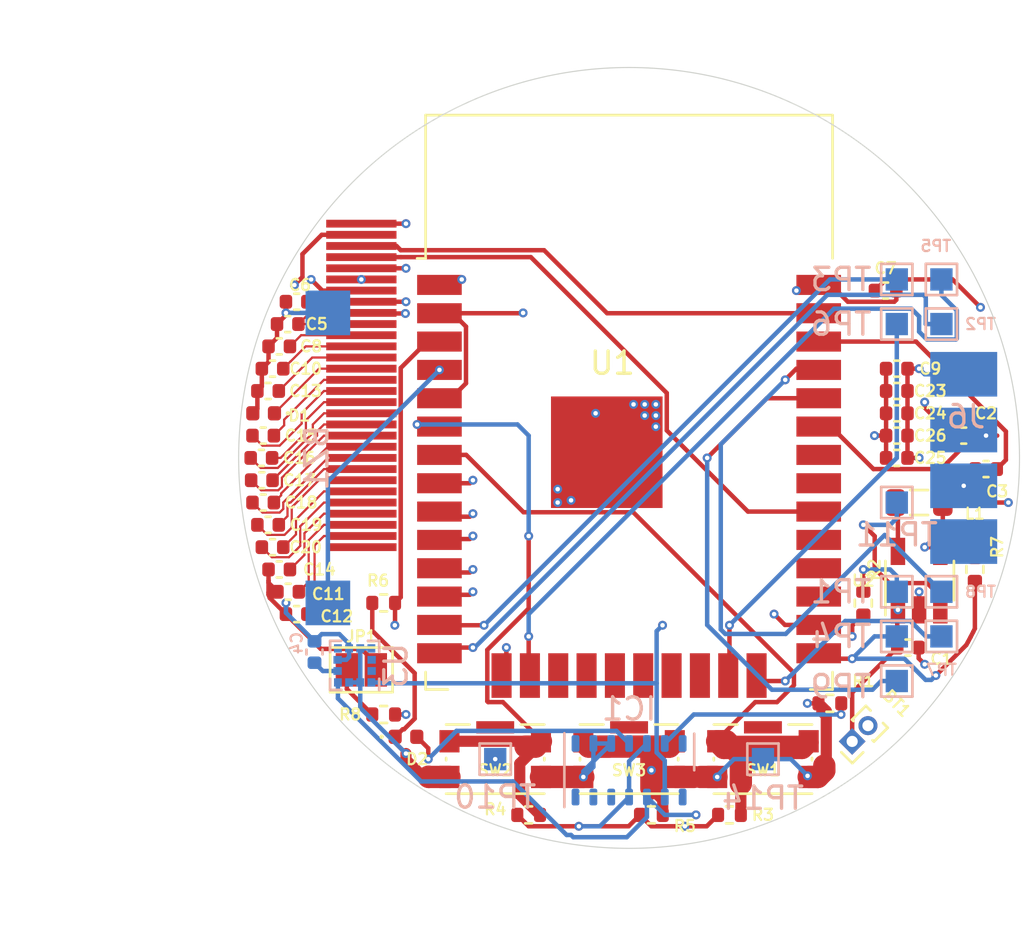
<source format=kicad_pcb>
(kicad_pcb (version 20171130) (host pcbnew "(6.0.0-rc1-dev-1546-g786ee0e)")
  (layers (0 F.Cu signal) (1 In1.Cu mixed) (2 In2.Cu mixed) (31 B.Cu signal) (34 B.Paste user) (35 F.Paste user) (36 B.SilkS user) (37 F.SilkS user) (38 B.Mask user) (39 F.Mask user) (44 Edge.Cuts user))
  (net 0 "")
  (net 1 GND)
  (net 2 +3V3)
  (net 3 "Net-(C5-Pad2)")
  (net 4 "Net-(C8-Pad1)")
  (net 5 "Net-(C10-Pad1)")
  (net 6 "Net-(C11-Pad1)")
  (net 7 "Net-(C12-Pad1)")
  (net 8 "Net-(C13-Pad1)")
  (net 9 "Net-(C14-Pad1)")
  (net 10 "Net-(C15-Pad2)")
  (net 11 "Net-(C15-Pad1)")
  (net 12 "Net-(C16-Pad2)")
  (net 13 "Net-(C16-Pad1)")
  (net 14 "Net-(C17-Pad2)")
  (net 15 "Net-(C17-Pad1)")
  (net 16 "Net-(C18-Pad2)")
  (net 17 "Net-(C18-Pad1)")
  (net 18 "Net-(C19-Pad2)")
  (net 19 "Net-(C19-Pad1)")
  (net 20 "Net-(C20-Pad2)")
  (net 21 "Net-(C20-Pad1)")
  (net 22 "Net-(D1-Pad1)")
  (net 23 SDA)
  (net 24 SCL)
  (net 25 SPI1-SCK)
  (net 26 SPI1-MOSI)
  (net 27 "Net-(R3-Pad1)")
  (net 28 "Net-(R4-Pad1)")
  (net 29 "Net-(R5-Pad1)")
  (net 30 "Net-(U1-Pad21)")
  (net 31 "Net-(D2-Pad2)")
  (net 32 "Net-(J3-Pad9)")
  (net 33 "Net-(J3-Pad8)")
  (net 34 "Net-(J3-Pad7)")
  (net 35 "Net-(J3-Pad6)")
  (net 36 "Net-(J3-Pad5)")
  (net 37 "Net-(IC1-Pad14)")
  (net 38 "Net-(IC1-Pad13)")
  (net 39 "Net-(IC1-Pad8)")
  (net 40 "Net-(IC1-Pad7)")
  (net 41 "Net-(IC1-Pad6)")
  (net 42 "Net-(IC1-Pad5)")
  (net 43 "Net-(IC1-Pad1)")
  (net 44 "Net-(J3-Pad30)")
  (net 45 "Net-(U1-Pad32)")
  (net 46 "Net-(U1-Pad29)")
  (net 47 "Net-(U1-Pad28)")
  (net 48 "Net-(U1-Pad27)")
  (net 49 "Net-(U1-Pad22)")
  (net 50 "Net-(U1-Pad20)")
  (net 51 "Net-(U1-Pad19)")
  (net 52 "Net-(U1-Pad18)")
  (net 53 "Net-(U1-Pad17)")
  (net 54 "Net-(R2-Pad2)")
  (net 55 "Net-(R2-Pad1)")
  (net 56 "Net-(R7-Pad1)")
  (net 57 "Net-(R8-Pad2)")
  (net 58 "Net-(JP1-Pad1)")
  (net 59 "Net-(TP8-Pad1)")
  (net 60 "Net-(TP9-Pad1)")
  (net 61 SPI1-MISO)
  (net 62 "Net-(TP6-Pad1)")
  (net 63 "Net-(TP5-Pad1)")
  (net 64 "Net-(TP2-Pad1)")
  (net 65 "Net-(TP3-Pad1)")
  (net 66 "Net-(BZ1-Pad2)")
  (net 67 "Net-(BT1-Pad1)")
  (net 68 "Net-(L1-Pad1)")
  (net 69 "Net-(C4-Pad2)")
  (net 70 "Net-(U3-Pad12)")
  (net 71 "Net-(U3-Pad11)")
  (net 72 "Net-(U3-Pad7)")
  (module Package_LGA:LGA-12_2x2mm_P0.5mm (layer B.Cu) (at 121.2 47.8 90)
    (fp_text reference U3 (at 0 1.85 90) (layer B.SilkS) (effects (justify mirror)))
    (fp_text value LSM303C)
    (pad 12 smd rect (at -0.25 0.7625) (size 0.375 0.35) (layers B.Cu B.Paste B.Mask) (net 70 "Net-(U3-Pad12)"))
    (pad 11 smd rect (at 0.25 0.7625) (size 0.375 0.35) (layers B.Cu B.Paste B.Mask) (net 71 "Net-(U3-Pad11)"))
    (pad 6 smd rect (at 0.25 -0.7625) (size 0.375 0.35) (layers B.Cu B.Paste B.Mask) (net 1 GND))
    (pad 5 smd rect (at -0.25 -0.7625) (size 0.375 0.35) (layers B.Cu B.Paste B.Mask) (net 69 "Net-(C4-Pad2)"))
    (pad 10 smd rect (at 0.7625 0.75 90) (size 0.375 0.35) (layers B.Cu B.Paste B.Mask) (net 2 +3V3))
    (pad 1 smd rect (at -0.7625 0.75 90) (size 0.375 0.35) (layers B.Cu B.Paste B.Mask) (net 24 SCL))
    (pad 7 smd rect (at 0.7625 -0.75 90) (size 0.375 0.35) (layers B.Cu B.Paste B.Mask) (net 72 "Net-(U3-Pad7)"))
    (pad 4 smd rect (at -0.7625 -0.75 90) (size 0.375 0.35) (layers B.Cu B.Paste B.Mask) (net 23 SDA))
    (pad 8 smd rect (at 0.7625 -0.25 90) (size 0.375 0.35) (layers B.Cu B.Paste B.Mask) (net 1 GND))
    (pad 9 smd rect (at 0.7625 0.25 90) (size 0.375 0.35) (layers B.Cu B.Paste B.Mask) (net 2 +3V3))
    (pad 3 smd rect (at -0.7625 -0.25 90) (size 0.375 0.35) (layers B.Cu B.Paste B.Mask) (net 2 +3V3))
    (pad 2 smd rect (at -0.7625 0.25 90) (size 0.375 0.35) (layers B.Cu B.Paste B.Mask) (net 2 +3V3))
  )
  (module Capacitor_SMD:C_0402_1005Metric (layer B.Cu) (at 119.4 47.2 270)
    (fp_text reference C4 (at -0.4 0.8 270) (layer B.SilkS) (effects (font (size 0.5 0.5) (thickness 0.1)) (justify mirror)))
    (fp_text value 100nF)
    (pad 2 smd roundrect (at 0.48 0 270) (size 0.56 0.62) (layers B.Cu B.Paste B.Mask) (net 69 "Net-(C4-Pad2)"))
    (pad 1 smd roundrect (at -0.48 0 270) (size 0.56 0.62) (layers B.Cu B.Paste B.Mask) (net 1 GND))
  )
  (module RF_Module:ESP32-WROOM-32 (layer F.Cu) (at 133.5 39)
    (fp_text reference U1 (at -0.75 -4.75 180) (layer F.SilkS))
    (fp_text value ESP32-WROOM-32)
    (pad 38 smd rect (at 8.5 -8.255) (size 2 0.9) (layers F.Cu F.Paste F.Mask) (net 1 GND))
    (pad 37 smd rect (at 8.5 -6.985) (size 2 0.9) (layers F.Cu F.Paste F.Mask) (net 26 SPI1-MOSI))
    (pad 36 smd rect (at 8.5 -5.715) (size 2 0.9) (layers F.Cu F.Paste F.Mask) (net 24 SCL))
    (pad 35 smd rect (at 8.5 -4.445) (size 2 0.9) (layers F.Cu F.Paste F.Mask) (net 59 "Net-(TP8-Pad1)"))
    (pad 34 smd rect (at 8.5 -3.175) (size 2 0.9) (layers F.Cu F.Paste F.Mask) (net 60 "Net-(TP9-Pad1)"))
    (pad 33 smd rect (at 8.5 -1.905) (size 2 0.9) (layers F.Cu F.Paste F.Mask) (net 23 SDA))
    (pad 32 smd rect (at 8.5 -0.635) (size 2 0.9) (layers F.Cu F.Paste F.Mask) (net 45 "Net-(U1-Pad32)"))
    (pad 31 smd rect (at 8.5 0.635) (size 2 0.9) (layers F.Cu F.Paste F.Mask) (net 61 SPI1-MISO))
    (pad 30 smd rect (at 8.5 1.905) (size 2 0.9) (layers F.Cu F.Paste F.Mask) (net 25 SPI1-SCK))
    (pad 29 smd rect (at 8.5 3.175) (size 2 0.9) (layers F.Cu F.Paste F.Mask) (net 46 "Net-(U1-Pad29)"))
    (pad 28 smd rect (at 8.5 4.445) (size 2 0.9) (layers F.Cu F.Paste F.Mask) (net 47 "Net-(U1-Pad28)"))
    (pad 27 smd rect (at 8.5 5.715) (size 2 0.9) (layers F.Cu F.Paste F.Mask) (net 48 "Net-(U1-Pad27)"))
    (pad 26 smd rect (at 8.5 6.985) (size 2 0.9) (layers F.Cu F.Paste F.Mask) (net 29 "Net-(R5-Pad1)"))
    (pad 25 smd rect (at 8.5 8.255) (size 2 0.9) (layers F.Cu F.Paste F.Mask) (net 56 "Net-(R7-Pad1)"))
    (pad 24 smd rect (at 5.715 9.255 90) (size 2 0.9) (layers F.Cu F.Paste F.Mask) (net 57 "Net-(R8-Pad2)"))
    (pad 23 smd rect (at 4.445 9.255 90) (size 2 0.9) (layers F.Cu F.Paste F.Mask) (net 62 "Net-(TP6-Pad1)"))
    (pad 22 smd rect (at 3.175 9.255 90) (size 2 0.9) (layers F.Cu F.Paste F.Mask) (net 49 "Net-(U1-Pad22)"))
    (pad 21 smd rect (at 1.905 9.255 90) (size 2 0.9) (layers F.Cu F.Paste F.Mask) (net 30 "Net-(U1-Pad21)"))
    (pad 20 smd rect (at 0.635 9.255 90) (size 2 0.9) (layers F.Cu F.Paste F.Mask) (net 50 "Net-(U1-Pad20)"))
    (pad 19 smd rect (at -0.635 9.255 90) (size 2 0.9) (layers F.Cu F.Paste F.Mask) (net 51 "Net-(U1-Pad19)"))
    (pad 18 smd rect (at -1.905 9.255 90) (size 2 0.9) (layers F.Cu F.Paste F.Mask) (net 52 "Net-(U1-Pad18)"))
    (pad 17 smd rect (at -3.175 9.255 90) (size 2 0.9) (layers F.Cu F.Paste F.Mask) (net 53 "Net-(U1-Pad17)"))
    (pad 16 smd rect (at -4.445 9.255 90) (size 2 0.9) (layers F.Cu F.Paste F.Mask) (net 63 "Net-(TP5-Pad1)"))
    (pad 15 smd rect (at -5.715 9.255 90) (size 2 0.9) (layers F.Cu F.Paste F.Mask) (net 1 GND))
    (pad 14 smd rect (at -8.5 8.255) (size 2 0.9) (layers F.Cu F.Paste F.Mask) (net 64 "Net-(TP2-Pad1)"))
    (pad 13 smd rect (at -8.5 6.985) (size 2 0.9) (layers F.Cu F.Paste F.Mask) (net 65 "Net-(TP3-Pad1)"))
    (pad 12 smd rect (at -8.5 5.715) (size 2 0.9) (layers F.Cu F.Paste F.Mask) (net 34 "Net-(J3-Pad7)"))
    (pad 11 smd rect (at -8.5 4.445) (size 2 0.9) (layers F.Cu F.Paste F.Mask) (net 35 "Net-(J3-Pad6)"))
    (pad 10 smd rect (at -8.5 3.175) (size 2 0.9) (layers F.Cu F.Paste F.Mask) (net 36 "Net-(J3-Pad5)"))
    (pad 9 smd rect (at -8.5 1.905) (size 2 0.9) (layers F.Cu F.Paste F.Mask) (net 32 "Net-(J3-Pad9)"))
    (pad 8 smd rect (at -8.5 0.635) (size 2 0.9) (layers F.Cu F.Paste F.Mask) (net 33 "Net-(J3-Pad8)"))
    (pad 7 smd rect (at -8.5 -0.635) (size 2 0.9) (layers F.Cu F.Paste F.Mask) (net 27 "Net-(R3-Pad1)"))
    (pad 6 smd rect (at -8.5 -1.905) (size 2 0.9) (layers F.Cu F.Paste F.Mask) (net 28 "Net-(R4-Pad1)"))
    (pad 5 smd rect (at -8.5 -3.175) (size 2 0.9) (layers F.Cu F.Paste F.Mask) (net 2 +3V3))
    (pad 4 smd rect (at -8.5 -4.445) (size 2 0.9) (layers F.Cu F.Paste F.Mask) (net 66 "Net-(BZ1-Pad2)"))
    (pad 3 smd rect (at -8.5 -5.715) (size 2 0.9) (layers F.Cu F.Paste F.Mask) (net 55 "Net-(R2-Pad1)"))
    (pad 2 smd rect (at -8.5 -6.985) (size 2 0.9) (layers F.Cu F.Paste F.Mask) (net 2 +3V3))
    (pad 1 smd rect (at -8.5 -8.255) (size 2 0.9) (layers F.Cu F.Paste F.Mask) (net 1 GND))
    (pad 39 smd rect (at -1 -0.755) (size 5 5) (layers F.Cu F.Paste F.Mask) (net 1 GND))
  )
  (module TestPoint:TestPoint_Pad_1.0x1.0mm (layer B.Cu) (at 145.5 40.5)
    (fp_text reference TP11 (at 0 1.448) (layer B.SilkS) (effects (justify mirror)))
    (fp_text value BATT)
    (pad 1 smd rect (at 0 0) (size 1 1) (layers B.Cu B.Mask) (net 67 "Net-(BT1-Pad1)"))
  )
  (module Diode_SMD:D_0402_1005Metric (layer F.Cu) (at 117.12 36.5 180)
    (fp_text reference D1 (at -1.6 -0.1) (layer F.SilkS) (effects (font (size 0.5 0.5) (thickness 0.1))))
    (fp_text value DIODE)
    (pad 2 smd roundrect (at 0.485 0 180) (size 0.59 0.64) (layers F.Cu F.Paste F.Mask) (net 1 GND))
    (pad 1 smd roundrect (at -0.485 0 180) (size 0.59 0.64) (layers F.Cu F.Paste F.Mask) (net 22 "Net-(D1-Pad1)"))
  )
  (module Capacitor_SMD:C_0402_1005Metric (layer F.Cu) (at 117.52 42.5 180)
    (fp_text reference C20 (at -1.48 0) (layer F.SilkS) (effects (font (size 0.5 0.5) (thickness 0.1))))
    (fp_text value 0.1uF)
    (pad 2 smd roundrect (at 0.48 0 180) (size 0.56 0.62) (layers F.Cu F.Paste F.Mask) (net 20 "Net-(C20-Pad2)"))
    (pad 1 smd roundrect (at -0.48 0 180) (size 0.56 0.62) (layers F.Cu F.Paste F.Mask) (net 21 "Net-(C20-Pad1)"))
  )
  (module Capacitor_SMD:C_0402_1005Metric (layer F.Cu) (at 117.32 41.5 180)
    (fp_text reference C19 (at -1.7 0) (layer F.SilkS) (effects (font (size 0.5 0.5) (thickness 0.1))))
    (fp_text value 0.1uF)
    (pad 2 smd roundrect (at 0.48 0 180) (size 0.56 0.62) (layers F.Cu F.Paste F.Mask) (net 18 "Net-(C19-Pad2)"))
    (pad 1 smd roundrect (at -0.48 0 180) (size 0.56 0.62) (layers F.Cu F.Paste F.Mask) (net 19 "Net-(C19-Pad1)"))
  )
  (module Capacitor_SMD:C_0402_1005Metric (layer F.Cu) (at 117.1 40.5 180)
    (fp_text reference C18 (at -1.7 0) (layer F.SilkS) (effects (font (size 0.5 0.5) (thickness 0.1))))
    (fp_text value 0.1uF)
    (pad 2 smd roundrect (at 0.48 0 180) (size 0.56 0.62) (layers F.Cu F.Paste F.Mask) (net 16 "Net-(C18-Pad2)"))
    (pad 1 smd roundrect (at -0.48 0 180) (size 0.56 0.62) (layers F.Cu F.Paste F.Mask) (net 17 "Net-(C18-Pad1)"))
  )
  (module Capacitor_SMD:C_0402_1005Metric (layer F.Cu) (at 117.04 39.5 180)
    (fp_text reference C17 (at -1.68 0) (layer F.SilkS) (effects (font (size 0.5 0.5) (thickness 0.1))))
    (fp_text value 0.1uF)
    (pad 2 smd roundrect (at 0.48 0 180) (size 0.56 0.62) (layers F.Cu F.Paste F.Mask) (net 14 "Net-(C17-Pad2)"))
    (pad 1 smd roundrect (at -0.48 0 180) (size 0.56 0.62) (layers F.Cu F.Paste F.Mask) (net 15 "Net-(C17-Pad1)"))
  )
  (module Capacitor_SMD:C_0402_1005Metric (layer F.Cu) (at 117.02 38.5 180)
    (fp_text reference C16 (at -1.7 0) (layer F.SilkS) (effects (font (size 0.5 0.5) (thickness 0.1))))
    (fp_text value 0.1uF)
    (pad 2 smd roundrect (at 0.48 0 180) (size 0.56 0.62) (layers F.Cu F.Paste F.Mask) (net 12 "Net-(C16-Pad2)"))
    (pad 1 smd roundrect (at -0.48 0 180) (size 0.56 0.62) (layers F.Cu F.Paste F.Mask) (net 13 "Net-(C16-Pad1)"))
  )
  (module Capacitor_SMD:C_0402_1005Metric (layer F.Cu) (at 117.1 37.5 180)
    (fp_text reference C15 (at -1.7 0) (layer F.SilkS) (effects (font (size 0.5 0.5) (thickness 0.1))))
    (fp_text value 0.1uF)
    (pad 2 smd roundrect (at 0.48 0 180) (size 0.56 0.62) (layers F.Cu F.Paste F.Mask) (net 10 "Net-(C15-Pad2)"))
    (pad 1 smd roundrect (at -0.48 0 180) (size 0.56 0.62) (layers F.Cu F.Paste F.Mask) (net 11 "Net-(C15-Pad1)"))
  )
  (module Capacitor_SMD:C_0402_1005Metric (layer F.Cu) (at 117.82 43.5 180)
    (fp_text reference C14 (at -1.8 0) (layer F.SilkS) (effects (font (size 0.5 0.5) (thickness 0.1))))
    (fp_text value 2.2uF)
    (pad 2 smd roundrect (at 0.48 0 180) (size 0.56 0.62) (layers F.Cu F.Paste F.Mask) (net 1 GND))
    (pad 1 smd roundrect (at -0.48 0 180) (size 0.56 0.62) (layers F.Cu F.Paste F.Mask) (net 9 "Net-(C14-Pad1)"))
  )
  (module Capacitor_SMD:C_0402_1005Metric (layer F.Cu) (at 117.32 35.5 180)
    (fp_text reference C13 (at -1.68 0) (layer F.SilkS) (effects (font (size 0.5 0.5) (thickness 0.1))))
    (fp_text value 0.1uF)
    (pad 2 smd roundrect (at 0.48 0 180) (size 0.56 0.62) (layers F.Cu F.Paste F.Mask) (net 1 GND))
    (pad 1 smd roundrect (at -0.48 0 180) (size 0.56 0.62) (layers F.Cu F.Paste F.Mask) (net 8 "Net-(C13-Pad1)"))
  )
  (module Capacitor_SMD:C_0402_1005Metric (layer F.Cu) (at 118.6 45.5 180)
    (fp_text reference C12 (at -1.8 -0.1) (layer F.SilkS) (effects (font (size 0.5 0.5) (thickness 0.1))))
    (fp_text value 0.1uF)
    (pad 2 smd roundrect (at 0.48 0 180) (size 0.56 0.62) (layers F.Cu F.Paste F.Mask) (net 1 GND))
    (pad 1 smd roundrect (at -0.48 0 180) (size 0.56 0.62) (layers F.Cu F.Paste F.Mask) (net 7 "Net-(C12-Pad1)"))
  )
  (module Capacitor_SMD:C_0402_1005Metric (layer F.Cu) (at 118.22 44.5 180)
    (fp_text reference C11 (at -1.8 -0.1) (layer F.SilkS) (effects (font (size 0.5 0.5) (thickness 0.1))))
    (fp_text value 0.1uF)
    (pad 2 smd roundrect (at 0.48 0 180) (size 0.56 0.62) (layers F.Cu F.Paste F.Mask) (net 1 GND))
    (pad 1 smd roundrect (at -0.48 0 180) (size 0.56 0.62) (layers F.Cu F.Paste F.Mask) (net 6 "Net-(C11-Pad1)"))
  )
  (module Capacitor_SMD:C_0402_1005Metric (layer F.Cu) (at 117.52 34.5 180)
    (fp_text reference C10 (at -1.48 0) (layer F.SilkS) (effects (font (size 0.5 0.5) (thickness 0.1))))
    (fp_text value 0.1uF)
    (pad 2 smd roundrect (at 0.48 0 180) (size 0.56 0.62) (layers F.Cu F.Paste F.Mask) (net 1 GND))
    (pad 1 smd roundrect (at -0.48 0 180) (size 0.56 0.62) (layers F.Cu F.Paste F.Mask) (net 5 "Net-(C10-Pad1)"))
  )
  (module Capacitor_SMD:C_0402_1005Metric (layer F.Cu) (at 117.82 33.5 180)
    (fp_text reference C8 (at -1.43 0) (layer F.SilkS) (effects (font (size 0.5 0.5) (thickness 0.1))))
    (fp_text value 0.1uF)
    (pad 2 smd roundrect (at 0.48 0 180) (size 0.56 0.62) (layers F.Cu F.Paste F.Mask) (net 1 GND))
    (pad 1 smd roundrect (at -0.48 0 180) (size 0.56 0.62) (layers F.Cu F.Paste F.Mask) (net 4 "Net-(C8-Pad1)"))
  )
  (module Capacitor_SMD:C_0402_1005Metric (layer F.Cu) (at 118.6 31.5)
    (fp_text reference C6 (at 0.15 -0.75) (layer F.SilkS) (effects (font (size 0.5 0.5) (thickness 0.1))))
    (fp_text value 1uF)
    (pad 2 smd roundrect (at 0.48 0) (size 0.56 0.62) (layers F.Cu F.Paste F.Mask) (net 3 "Net-(C5-Pad2)"))
    (pad 1 smd roundrect (at -0.48 0) (size 0.56 0.62) (layers F.Cu F.Paste F.Mask) (net 1 GND))
  )
  (module Capacitor_SMD:C_0402_1005Metric (layer F.Cu) (at 118.2 32.5)
    (fp_text reference C5 (at 1.3 0) (layer F.SilkS) (effects (font (size 0.5 0.5) (thickness 0.1))))
    (fp_text value 0.1uF)
    (pad 2 smd roundrect (at 0.48 0) (size 0.56 0.62) (layers F.Cu F.Paste F.Mask) (net 3 "Net-(C5-Pad2)"))
    (pad 1 smd roundrect (at -0.48 0) (size 0.56 0.62) (layers F.Cu F.Paste F.Mask) (net 1 GND))
  )
  (module libs:waveshare_1.02 (layer F.Cu) (at 121.5 26)
    (fp_text reference J3 hide)
    (fp_text value Conn_01x30_Female)
    (pad 30 smd rect (at 0 16.5) (size 3.15 0.35) (layers F.Cu F.Paste F.Mask) (net 44 "Net-(J3-Pad30)"))
    (pad 29 smd rect (at 0 16) (size 3.15 0.35) (layers F.Cu F.Paste F.Mask) (net 7 "Net-(C12-Pad1)"))
    (pad 28 smd rect (at 0 15.5) (size 3.15 0.35) (layers F.Cu F.Paste F.Mask) (net 6 "Net-(C11-Pad1)"))
    (pad 27 smd rect (at 0 15) (size 3.15 0.35) (layers F.Cu F.Paste F.Mask) (net 9 "Net-(C14-Pad1)"))
    (pad 26 smd rect (at 0 14.5) (size 3.15 0.35) (layers F.Cu F.Paste F.Mask) (net 20 "Net-(C20-Pad2)"))
    (pad 25 smd rect (at 0 14) (size 3.15 0.35) (layers F.Cu F.Paste F.Mask) (net 21 "Net-(C20-Pad1)"))
    (pad 24 smd rect (at 0 13.5) (size 3.15 0.35) (layers F.Cu F.Paste F.Mask) (net 18 "Net-(C19-Pad2)"))
    (pad 23 smd rect (at 0 13) (size 3.15 0.35) (layers F.Cu F.Paste F.Mask) (net 19 "Net-(C19-Pad1)"))
    (pad 22 smd rect (at 0 12.5) (size 3.15 0.35) (layers F.Cu F.Paste F.Mask) (net 16 "Net-(C18-Pad2)"))
    (pad 21 smd rect (at 0 12) (size 3.15 0.35) (layers F.Cu F.Paste F.Mask) (net 17 "Net-(C18-Pad1)"))
    (pad 20 smd rect (at 0 11.5) (size 3.15 0.35) (layers F.Cu F.Paste F.Mask) (net 14 "Net-(C17-Pad2)"))
    (pad 19 smd rect (at 0 11) (size 3.15 0.35) (layers F.Cu F.Paste F.Mask) (net 15 "Net-(C17-Pad1)"))
    (pad 18 smd rect (at 0 10.5) (size 3.15 0.35) (layers F.Cu F.Paste F.Mask) (net 12 "Net-(C16-Pad2)"))
    (pad 17 smd rect (at 0 10) (size 3.15 0.35) (layers F.Cu F.Paste F.Mask) (net 13 "Net-(C16-Pad1)"))
    (pad 16 smd rect (at 0 9.5) (size 3.15 0.35) (layers F.Cu F.Paste F.Mask) (net 10 "Net-(C15-Pad2)"))
    (pad 15 smd rect (at 0 9) (size 3.15 0.35) (layers F.Cu F.Paste F.Mask) (net 11 "Net-(C15-Pad1)"))
    (pad 14 smd rect (at 0 8.5) (size 3.15 0.35) (layers F.Cu F.Paste F.Mask) (net 22 "Net-(D1-Pad1)"))
    (pad 13 smd rect (at 0 8) (size 3.15 0.35) (layers F.Cu F.Paste F.Mask) (net 8 "Net-(C13-Pad1)"))
    (pad 12 smd rect (at 0 7.5) (size 3.15 0.35) (layers F.Cu F.Paste F.Mask) (net 5 "Net-(C10-Pad1)"))
    (pad 11 smd rect (at 0 7) (size 3.15 0.35) (layers F.Cu F.Paste F.Mask) (net 4 "Net-(C8-Pad1)"))
    (pad 10 smd rect (at 0 6.5) (size 3.15 0.35) (layers F.Cu F.Paste F.Mask) (net 3 "Net-(C5-Pad2)"))
    (pad 9 smd rect (at 0 6) (size 3.15 0.35) (layers F.Cu F.Paste F.Mask) (net 32 "Net-(J3-Pad9)"))
    (pad 8 smd rect (at 0 5.5) (size 3.15 0.35) (layers F.Cu F.Paste F.Mask) (net 33 "Net-(J3-Pad8)"))
    (pad 7 smd rect (at 0 5) (size 3.15 0.35) (layers F.Cu F.Paste F.Mask) (net 34 "Net-(J3-Pad7)"))
    (pad 6 smd rect (at 0 4.5) (size 3.15 0.35) (layers F.Cu F.Paste F.Mask) (net 35 "Net-(J3-Pad6)"))
    (pad 5 smd rect (at 0 4) (size 3.15 0.35) (layers F.Cu F.Paste F.Mask) (net 36 "Net-(J3-Pad5)"))
    (pad 4 smd rect (at 0 3.5) (size 3.15 0.35) (layers F.Cu F.Paste F.Mask) (net 25 SPI1-SCK))
    (pad 3 smd rect (at 0 3) (size 3.15 0.35) (layers F.Cu F.Paste F.Mask) (net 26 SPI1-MOSI))
    (pad 2 smd rect (at 0 2.5) (size 3.15 0.35) (layers F.Cu F.Paste F.Mask) (net 2 +3V3))
    (pad 1 smd rect (at 0 2) (size 3.15 0.35) (layers F.Cu F.Paste F.Mask) (net 1 GND))
  )
  (module OptoDevice:Maxim_OLGA-14_3.3x5.6mm_P0.8mm (layer B.Cu) (at 133.5 52.5 90)
    (fp_text reference IC1 (at 2.75 0 180) (layer B.SilkS) (effects (justify mirror)))
    (fp_text value MAX30102)
    (pad 14 smd roundrect (at 1.2 2.4 90) (size 0.75 0.35) (layers B.Cu B.Paste B.Mask) (net 37 "Net-(IC1-Pad14)"))
    (pad 13 smd roundrect (at 1.2 1.6 90) (size 0.75 0.35) (layers B.Cu B.Paste B.Mask) (net 38 "Net-(IC1-Pad13)"))
    (pad 12 smd roundrect (at 1.2 0.8 90) (size 0.75 0.35) (layers B.Cu B.Paste B.Mask) (net 1 GND))
    (pad 11 smd roundrect (at 1.2 0 90) (size 0.75 0.35) (layers B.Cu B.Paste B.Mask) (net 31 "Net-(D2-Pad2)"))
    (pad 10 smd roundrect (at 1.2 -0.8 90) (size 0.75 0.35) (layers B.Cu B.Paste B.Mask) (net 2 +3V3))
    (pad 9 smd roundrect (at 1.2 -1.6 90) (size 0.75 0.35) (layers B.Cu B.Paste B.Mask) (net 2 +3V3))
    (pad 8 smd roundrect (at 1.2 -2.4 90) (size 0.75 0.35) (layers B.Cu B.Paste B.Mask) (net 39 "Net-(IC1-Pad8)"))
    (pad 7 smd roundrect (at -1.2 -2.4 90) (size 0.75 0.35) (layers B.Cu B.Paste B.Mask) (net 40 "Net-(IC1-Pad7)"))
    (pad 6 smd roundrect (at -1.2 -1.6 90) (size 0.75 0.35) (layers B.Cu B.Paste B.Mask) (net 41 "Net-(IC1-Pad6)"))
    (pad 5 smd roundrect (at -1.2 -0.8 90) (size 0.75 0.35) (layers B.Cu B.Paste B.Mask) (net 42 "Net-(IC1-Pad5)"))
    (pad 4 smd roundrect (at -1.2 0 90) (size 0.75 0.35) (layers B.Cu B.Paste B.Mask) (net 1 GND))
    (pad 3 smd roundrect (at -1.2 0.8 90) (size 0.75 0.35) (layers B.Cu B.Paste B.Mask) (net 23 SDA))
    (pad 2 smd roundrect (at -1.2 1.6 90) (size 0.75 0.35) (layers B.Cu B.Paste B.Mask) (net 24 SCL))
    (pad 1 smd roundrect (at -1.2 2.4 90) (size 0.75 0.35) (layers B.Cu B.Paste B.Mask) (net 43 "Net-(IC1-Pad1)"))
  )
  (module "libs:4 Pin SMD Wire" (layer B.Cu) (at 148.5 38.5)
    (fp_text reference J6 (at 0.1 -1.85) (layer B.SilkS) (effects (justify mirror)))
    (fp_text value Conn_01x04)
    (pad 4 smd rect (at 0 -3.75) (size 3 2) (layers B.Cu B.Paste B.Mask) (net 1 GND))
    (pad 3 smd rect (at 0 -1.25) (size 3 2) (layers B.Cu B.Paste B.Mask) (net 23 SDA))
    (pad 2 smd rect (at 0 1.25) (size 3 2) (layers B.Cu B.Paste B.Mask) (net 24 SCL))
    (pad 1 smd rect (at 0 3.75) (size 3 2) (layers B.Cu B.Paste B.Mask) (net 2 +3V3))
  )
  (module Button_Switch_SMD:SW_Push_1P1T-SH_NO_CK_KMR2xxG (layer F.Cu) (at 139.5 52)
    (fp_text reference SW1 (at 0 0.5) (layer F.SilkS) (effects (font (size 0.5 0.5) (thickness 0.1))))
    (fp_text value SW_DIP_x01)
    (pad SH smd rect (at 0 -1.425) (size 1.7 0.55) (layers F.Cu F.Paste F.Mask))
    (pad 1 smd rect (at -2.05 -0.8) (size 0.9 1) (layers F.Cu F.Paste F.Mask) (net 27 "Net-(R3-Pad1)"))
    (pad 2 smd rect (at -2.05 0.8) (size 0.9 1) (layers F.Cu F.Paste F.Mask) (net 2 +3V3))
    (pad 1 smd rect (at 2.05 -0.8) (size 0.9 1) (layers F.Cu F.Paste F.Mask) (net 27 "Net-(R3-Pad1)"))
    (pad 2 smd rect (at 2.05 0.8) (size 0.9 1) (layers F.Cu F.Paste F.Mask) (net 2 +3V3))
  )
  (module Button_Switch_SMD:SW_Push_1P1T-SH_NO_CK_KMR2xxG (layer F.Cu) (at 127.5 52)
    (fp_text reference SW2 (at 0 0.5) (layer F.SilkS) (effects (font (size 0.5 0.5) (thickness 0.1))))
    (fp_text value SW_DIP_x01)
    (pad SH smd rect (at 0 -1.425) (size 1.7 0.55) (layers F.Cu F.Paste F.Mask))
    (pad 1 smd rect (at -2.05 -0.8) (size 0.9 1) (layers F.Cu F.Paste F.Mask) (net 28 "Net-(R4-Pad1)"))
    (pad 2 smd rect (at -2.05 0.8) (size 0.9 1) (layers F.Cu F.Paste F.Mask) (net 2 +3V3))
    (pad 1 smd rect (at 2.05 -0.8) (size 0.9 1) (layers F.Cu F.Paste F.Mask) (net 28 "Net-(R4-Pad1)"))
    (pad 2 smd rect (at 2.05 0.8) (size 0.9 1) (layers F.Cu F.Paste F.Mask) (net 2 +3V3))
  )
  (module Button_Switch_SMD:SW_Push_1P1T-SH_NO_CK_KMR2xxG (layer F.Cu) (at 133.5 52)
    (fp_text reference SW3 (at 0 0.5) (layer F.SilkS) (effects (font (size 0.5 0.5) (thickness 0.1))))
    (fp_text value SW_DIP_x01)
    (pad SH smd rect (at 0 -1.425) (size 1.7 0.55) (layers F.Cu F.Paste F.Mask))
    (pad 1 smd rect (at -2.05 -0.8) (size 0.9 1) (layers F.Cu F.Paste F.Mask) (net 29 "Net-(R5-Pad1)"))
    (pad 2 smd rect (at -2.05 0.8) (size 0.9 1) (layers F.Cu F.Paste F.Mask) (net 2 +3V3))
    (pad 1 smd rect (at 2.05 -0.8) (size 0.9 1) (layers F.Cu F.Paste F.Mask) (net 29 "Net-(R5-Pad1)"))
    (pad 2 smd rect (at 2.05 0.8) (size 0.9 1) (layers F.Cu F.Paste F.Mask) (net 2 +3V3))
  )
  (module Capacitor_SMD:C_0402_1005Metric (layer F.Cu) (at 145 31)
    (fp_text reference C7 (at 0 -1) (layer F.SilkS) (effects (font (size 0.5 0.5) (thickness 0.1))))
    (fp_text value 4.7uF)
    (pad 2 smd roundrect (at 0.48 0) (size 0.56 0.62) (layers F.Cu F.Paste F.Mask) (net 1 GND))
    (pad 1 smd roundrect (at -0.48 0) (size 0.56 0.62) (layers F.Cu F.Paste F.Mask) (net 2 +3V3))
  )
  (module Capacitor_SMD:C_0402_1005Metric (layer F.Cu) (at 145.5 34.5)
    (fp_text reference C9 (at 1.5 0) (layer F.SilkS) (effects (font (size 0.5 0.5) (thickness 0.1))))
    (fp_text value 0.1uF)
    (pad 2 smd roundrect (at 0.48 0) (size 0.56 0.62) (layers F.Cu F.Paste F.Mask) (net 1 GND))
    (pad 1 smd roundrect (at -0.48 0) (size 0.56 0.62) (layers F.Cu F.Paste F.Mask) (net 2 +3V3))
  )
  (module Capacitor_SMD:C_0402_1005Metric (layer F.Cu) (at 145.5 35.5)
    (fp_text reference C23 (at 1.5 0) (layer F.SilkS) (effects (font (size 0.5 0.5) (thickness 0.1))))
    (fp_text value 1pF)
    (pad 2 smd roundrect (at 0.48 0) (size 0.56 0.62) (layers F.Cu F.Paste F.Mask) (net 1 GND))
    (pad 1 smd roundrect (at -0.48 0) (size 0.56 0.62) (layers F.Cu F.Paste F.Mask) (net 2 +3V3))
  )
  (module Capacitor_SMD:C_0402_1005Metric (layer F.Cu) (at 145.5 36.5)
    (fp_text reference C24 (at 1.5 0) (layer F.SilkS) (effects (font (size 0.5 0.5) (thickness 0.1))))
    (fp_text value 10pF)
    (pad 2 smd roundrect (at 0.48 0) (size 0.56 0.62) (layers F.Cu F.Paste F.Mask) (net 1 GND))
    (pad 1 smd roundrect (at -0.48 0) (size 0.56 0.62) (layers F.Cu F.Paste F.Mask) (net 2 +3V3))
  )
  (module Capacitor_SMD:C_0402_1005Metric (layer F.Cu) (at 145.5 38.5)
    (fp_text reference C25 (at 1.5 0) (layer F.SilkS) (effects (font (size 0.5 0.5) (thickness 0.1))))
    (fp_text value 100pF)
    (pad 2 smd roundrect (at 0.48 0) (size 0.56 0.62) (layers F.Cu F.Paste F.Mask) (net 1 GND))
    (pad 1 smd roundrect (at -0.48 0) (size 0.56 0.62) (layers F.Cu F.Paste F.Mask) (net 2 +3V3))
  )
  (module Capacitor_SMD:C_0402_1005Metric (layer F.Cu) (at 145.5 37.5)
    (fp_text reference C26 (at 1.5 0) (layer F.SilkS) (effects (font (size 0.5 0.5) (thickness 0.1))))
    (fp_text value 1mF)
    (pad 2 smd roundrect (at 0.48 0) (size 0.56 0.62) (layers F.Cu F.Paste F.Mask) (net 1 GND))
    (pad 1 smd roundrect (at -0.48 0) (size 0.56 0.62) (layers F.Cu F.Paste F.Mask) (net 2 +3V3))
  )
  (module Diode_SMD:D_0402_1005Metric (layer F.Cu) (at 123.5 51)
    (fp_text reference D2 (at 0.5 1) (layer F.SilkS) (effects (font (size 0.5 0.5) (thickness 0.1))))
    (fp_text value 1.8V)
    (pad 2 smd roundrect (at 0.485 0) (size 0.59 0.64) (layers F.Cu F.Paste F.Mask) (net 31 "Net-(D2-Pad2)"))
    (pad 1 smd roundrect (at -0.485 0) (size 0.59 0.64) (layers F.Cu F.Paste F.Mask) (net 2 +3V3))
  )
  (module Resistor_SMD:R_0402_1005Metric (layer F.Cu) (at 142.5 49.5)
    (fp_text reference R1 (at 1.5 -1) (layer F.SilkS) (effects (font (size 0.5 0.5) (thickness 0.1))))
    (fp_text value 2k)
    (pad 2 smd roundrect (at 0.51 0) (size 0.54 0.64) (layers F.Cu F.Paste F.Mask) (net 38 "Net-(IC1-Pad13)"))
    (pad 1 smd roundrect (at -0.51 0) (size 0.54 0.64) (layers F.Cu F.Paste F.Mask) (net 2 +3V3))
  )
  (module Resistor_SMD:R_0402_1005Metric (layer F.Cu) (at 144 45.01 90)
    (fp_text reference R2 (at 1.5 0.5 90) (layer F.SilkS) (effects (font (size 0.5 0.5) (thickness 0.1))))
    (fp_text value 2k)
    (pad 2 smd roundrect (at 0.51 0 90) (size 0.54 0.64) (layers F.Cu F.Paste F.Mask) (net 54 "Net-(R2-Pad2)"))
    (pad 1 smd roundrect (at -0.51 0 90) (size 0.54 0.64) (layers F.Cu F.Paste F.Mask) (net 55 "Net-(R2-Pad1)"))
  )
  (module Resistor_SMD:R_0402_1005Metric (layer F.Cu) (at 138 54.5 180)
    (fp_text reference R3 (at -1.5 0 180) (layer F.SilkS) (effects (font (size 0.5 0.5) (thickness 0.1))))
    (fp_text value R_US)
    (pad 2 smd roundrect (at 0.51 0 180) (size 0.54 0.64) (layers F.Cu F.Paste F.Mask) (net 1 GND))
    (pad 1 smd roundrect (at -0.51 0 180) (size 0.54 0.64) (layers F.Cu F.Paste F.Mask) (net 27 "Net-(R3-Pad1)"))
  )
  (module Resistor_SMD:R_0402_1005Metric (layer F.Cu) (at 129 54.5 180)
    (fp_text reference R4 (at 1.5 0.25 180) (layer F.SilkS) (effects (font (size 0.5 0.5) (thickness 0.1))))
    (fp_text value R_US)
    (pad 2 smd roundrect (at 0.51 0 180) (size 0.54 0.64) (layers F.Cu F.Paste F.Mask) (net 1 GND))
    (pad 1 smd roundrect (at -0.51 0 180) (size 0.54 0.64) (layers F.Cu F.Paste F.Mask) (net 28 "Net-(R4-Pad1)"))
  )
  (module Resistor_SMD:R_0402_1005Metric (layer F.Cu) (at 134.5 54.5 180)
    (fp_text reference R5 (at -1.5 -0.5 180) (layer F.SilkS) (effects (font (size 0.5 0.5) (thickness 0.1))))
    (fp_text value R_US)
    (pad 2 smd roundrect (at 0.51 0 180) (size 0.54 0.64) (layers F.Cu F.Paste F.Mask) (net 1 GND))
    (pad 1 smd roundrect (at -0.51 0 180) (size 0.54 0.64) (layers F.Cu F.Paste F.Mask) (net 29 "Net-(R5-Pad1)"))
  )
  (module Resistor_SMD:R_0402_1005Metric (layer F.Cu) (at 122.5 45)
    (fp_text reference R6 (at -0.25 -1) (layer F.SilkS) (effects (font (size 0.5 0.5) (thickness 0.1))))
    (fp_text value 2k)
    (pad 2 smd roundrect (at 0.51 0) (size 0.54 0.64) (layers F.Cu F.Paste F.Mask) (net 55 "Net-(R2-Pad1)"))
    (pad 1 smd roundrect (at -0.51 0) (size 0.54 0.64) (layers F.Cu F.Paste F.Mask) (net 2 +3V3))
  )
  (module Resistor_SMD:R_0402_1005Metric (layer F.Cu) (at 149 43.5 90)
    (fp_text reference R7 (at 1 1 90) (layer F.SilkS) (effects (font (size 0.5 0.5) (thickness 0.1))))
    (fp_text value 2k)
    (pad 2 smd roundrect (at 0.51 0 90) (size 0.54 0.64) (layers F.Cu F.Paste F.Mask) (net 2 +3V3))
    (pad 1 smd roundrect (at -0.51 0 90) (size 0.54 0.64) (layers F.Cu F.Paste F.Mask) (net 56 "Net-(R7-Pad1)"))
  )
  (module Resistor_SMD:R_0402_1005Metric (layer F.Cu) (at 122.5 50)
    (fp_text reference R8 (at -1.5 0) (layer F.SilkS) (effects (font (size 0.5 0.5) (thickness 0.1))))
    (fp_text value 2k)
    (pad 2 smd roundrect (at 0.51 0) (size 0.54 0.64) (layers F.Cu F.Paste F.Mask) (net 57 "Net-(R8-Pad2)"))
    (pad 1 smd roundrect (at -0.51 0) (size 0.54 0.64) (layers F.Cu F.Paste F.Mask) (net 58 "Net-(JP1-Pad1)"))
  )
  (module TestPoint:TestPoint_Pad_1.0x1.0mm (layer B.Cu) (at 127.5 52)
    (fp_text reference TP10 (at 0 1.698) (layer B.SilkS) (effects (justify mirror)))
    (fp_text value GND)
    (pad 1 smd rect (at 0 0) (size 1 1) (layers B.Cu B.Mask) (net 1 GND))
  )
  (module TestPoint:TestPoint_Pad_1.0x1.0mm (layer B.Cu) (at 139.5 52)
    (fp_text reference TP14 (at 0 1.75) (layer B.SilkS) (effects (justify mirror)))
    (fp_text value 3.3V)
    (pad 1 smd rect (at 0 0) (size 1 1) (layers B.Cu B.Mask) (net 2 +3V3))
  )
  (module Package_TO_SOT_SMD:TSOT-23-5 (layer F.Cu) (at 146.5 44 90)
    (fp_text reference U2 (at 0 -2.5 180) (layer F.SilkS) (effects (font (size 0.5 0.5) (thickness 0.1))))
    (fp_text value ADP2108AUJ-3.3)
    (pad 5 smd rect (at 1.31 -0.95 90) (size 1.22 0.65) (layers F.Cu F.Paste F.Mask) (net 68 "Net-(L1-Pad1)"))
    (pad 4 smd rect (at 1.31 0.95 90) (size 1.22 0.65) (layers F.Cu F.Paste F.Mask) (net 2 +3V3))
    (pad 3 smd rect (at -1.31 0.95 90) (size 1.22 0.65) (layers F.Cu F.Paste F.Mask) (net 67 "Net-(BT1-Pad1)"))
    (pad 2 smd rect (at -1.31 0 90) (size 1.22 0.65) (layers F.Cu F.Paste F.Mask) (net 1 GND))
    (pad 1 smd rect (at -1.31 -0.95 90) (size 1.22 0.65) (layers F.Cu F.Paste F.Mask) (net 67 "Net-(BT1-Pad1)"))
  )
  (module Jumper:SolderJumper-2_P1.3mm_Open_Pad1.0x1.5mm (layer F.Cu) (at 121.5 48)
    (fp_text reference JP1 (at 0 -1.5) (layer F.SilkS) (effects (font (size 0.5 0.5) (thickness 0.1))))
    (fp_text value WP)
    (pad 1 smd rect (at -0.65 0) (size 1 1.5) (layers F.Cu F.Mask) (net 58 "Net-(JP1-Pad1)"))
    (pad 2 smd rect (at 0.65 0) (size 1 1.5) (layers F.Cu F.Mask) (net 1 GND))
  )
  (module TestPoint:TestPoint_Pad_1.0x1.0mm (layer B.Cu) (at 145.5 44.5)
    (fp_text reference TP1 (at -2.5 0) (layer B.SilkS) (effects (justify mirror)))
    (fp_text value RST)
    (pad 1 smd rect (at 0 0) (size 1 1) (layers B.Cu B.Mask) (net 54 "Net-(R2-Pad2)"))
  )
  (module TestPoint:TestPoint_Pad_1.0x1.0mm (layer B.Cu) (at 147.5 32.5)
    (fp_text reference TP2 (at 1.75 0) (layer B.SilkS) (effects (font (size 0.5 0.5) (thickness 0.1)) (justify mirror)))
    (fp_text value IO12)
    (pad 1 smd rect (at 0 0) (size 1 1) (layers B.Cu B.Mask) (net 64 "Net-(TP2-Pad1)"))
  )
  (module TestPoint:TestPoint_Pad_1.0x1.0mm (layer B.Cu) (at 145.5 30.5)
    (fp_text reference TP3 (at -2.5 0) (layer B.SilkS) (effects (justify mirror)))
    (fp_text value IO14)
    (pad 1 smd rect (at 0 0) (size 1 1) (layers B.Cu B.Mask) (net 65 "Net-(TP3-Pad1)"))
  )
  (module TestPoint:TestPoint_Pad_1.0x1.0mm (layer B.Cu) (at 145.5 46.5)
    (fp_text reference TP4 (at -2.5 0) (layer B.SilkS) (effects (justify mirror)))
    (fp_text value BOOT0)
    (pad 1 smd rect (at 0 0) (size 1 1) (layers B.Cu B.Mask) (net 56 "Net-(R7-Pad1)"))
  )
  (module TestPoint:TestPoint_Pad_1.0x1.0mm (layer B.Cu) (at 147.5 30.5)
    (fp_text reference TP5 (at -0.25 -1.5) (layer B.SilkS) (effects (font (size 0.5 0.5) (thickness 0.1)) (justify mirror)))
    (fp_text value IO13)
    (pad 1 smd rect (at 0 0) (size 1 1) (layers B.Cu B.Mask) (net 63 "Net-(TP5-Pad1)"))
  )
  (module TestPoint:TestPoint_Pad_1.0x1.0mm (layer B.Cu) (at 145.5 32.5)
    (fp_text reference TP6 (at -2.5 0) (layer B.SilkS) (effects (justify mirror)))
    (fp_text value IO15)
    (pad 1 smd rect (at 0 0) (size 1 1) (layers B.Cu B.Mask) (net 62 "Net-(TP6-Pad1)"))
  )
  (module TestPoint:TestPoint_Pad_1.0x1.0mm (layer B.Cu) (at 147.5 46.5)
    (fp_text reference TP7 (at 0 1.5) (layer B.SilkS) (effects (font (size 0.5 0.5) (thickness 0.1)) (justify mirror)))
    (fp_text value BOOT1)
    (pad 1 smd rect (at 0 0) (size 1 1) (layers B.Cu B.Mask) (net 57 "Net-(R8-Pad2)"))
  )
  (module TestPoint:TestPoint_Pad_1.0x1.0mm (layer B.Cu) (at 147.5 44.5)
    (fp_text reference TP8 (at 1.75 0) (layer B.SilkS) (effects (font (size 0.5 0.5) (thickness 0.1)) (justify mirror)))
    (fp_text value STX)
    (pad 1 smd rect (at 0 0) (size 1 1) (layers B.Cu B.Mask) (net 59 "Net-(TP8-Pad1)"))
  )
  (module TestPoint:TestPoint_Pad_1.0x1.0mm (layer B.Cu) (at 145.5 48.5)
    (fp_text reference TP9 (at -2.5 0.25) (layer B.SilkS) (effects (justify mirror)))
    (fp_text value SRX)
    (pad 1 smd rect (at 0 0) (size 1 1) (layers B.Cu B.Mask) (net 60 "Net-(TP9-Pad1)"))
  )
  (module Connector_PinHeader_1.00mm:PinHeader_1x02_P1.00mm_Vertical (layer F.Cu) (at 143.5 51.207107 135)
    (fp_text reference BT1 (at -0.207107 2.62132 135) (layer F.SilkS) (effects (font (size 0.5 0.5) (thickness 0.1))))
    (fp_text value Battery_Cell)
    (pad 2 thru_hole oval (at 0 1 135) (size 0.85 0.85) (drill 0.5) (layers *.Cu *.Mask) (net 1 GND))
    (pad 1 thru_hole rect (at 0 0 135) (size 0.85 0.85) (drill 0.5) (layers *.Cu *.Mask) (net 67 "Net-(BT1-Pad1)"))
  )
  (module Capacitor_SMD:C_0402_1005Metric (layer F.Cu) (at 146 47)
    (fp_text reference C1 (at 1.5 0.5) (layer F.SilkS) (effects (font (size 0.5 0.5) (thickness 0.1))))
    (fp_text value 4.5uF)
    (pad 2 smd roundrect (at 0.48 0) (size 0.56 0.62) (layers F.Cu F.Paste F.Mask) (net 1 GND))
    (pad 1 smd roundrect (at -0.48 0) (size 0.56 0.62) (layers F.Cu F.Paste F.Mask) (net 67 "Net-(BT1-Pad1)"))
  )
  (module Inductor_SMD:L_0805_2012Metric (layer F.Cu) (at 146.5 40.5)
    (fp_text reference L1 (at 2.5 0.5) (layer F.SilkS) (effects (font (size 0.5 0.5) (thickness 0.1))))
    (fp_text value 1uH)
    (pad 2 smd roundrect (at 1.0625 0) (size 0.875 1.2) (layers F.Cu F.Paste F.Mask) (net 2 +3V3))
    (pad 1 smd roundrect (at -1.0625 0) (size 0.875 1.2) (layers F.Cu F.Paste F.Mask) (net 68 "Net-(L1-Pad1)"))
  )
  (module Capacitor_SMD:C_0402_1005Metric (layer F.Cu) (at 148.5 37.5)
    (fp_text reference C2 (at 1 -1) (layer F.SilkS) (effects (font (size 0.5 0.5) (thickness 0.1))))
    (fp_text value 5.7k)
    (pad 2 smd roundrect (at 0.48 0) (size 0.56 0.62) (layers F.Cu F.Paste F.Mask) (net 23 SDA))
    (pad 1 smd roundrect (at -0.48 0) (size 0.56 0.62) (layers F.Cu F.Paste F.Mask) (net 2 +3V3))
  )
  (module Capacitor_SMD:C_0402_1005Metric (layer F.Cu) (at 149.5 39)
    (fp_text reference C3 (at 0.5 1) (layer F.SilkS) (effects (font (size 0.5 0.5) (thickness 0.1))))
    (fp_text value 5.7k)
    (pad 2 smd roundrect (at 0.48 0) (size 0.56 0.62) (layers F.Cu F.Paste F.Mask) (net 24 SCL))
    (pad 1 smd roundrect (at -0.48 0) (size 0.56 0.62) (layers F.Cu F.Paste F.Mask) (net 2 +3V3))
  )
  (module libs:PB9.11-5v (layer B.Cu) (at 120 38.5 90)
    (fp_text reference BZ1 (at 0 -0.5 90) (layer B.SilkS) (effects (justify mirror)))
    (fp_text value Buzzer)
    (pad 2 smd rect (at -6.5 0 90) (size 2 2) (layers B.Cu B.Paste B.Mask) (net 66 "Net-(BZ1-Pad2)"))
    (pad 1 smd rect (at 6.5 0 90) (size 2 2) (layers B.Cu B.Paste B.Mask) (net 1 GND))
  )
  (gr_circle (center 133.5 38.5) (end 133.5 56) (layer Edge.Cuts) (width 0.05))
  (via (at 134.2 36.6) (size 0.4) (drill 0.2) (layers F.Cu B.Cu) (net 1))
  (via (at 134.7 37.1) (size 0.4) (drill 0.2) (layers F.Cu B.Cu) (net 1))
  (via (at 133.7 36.1) (size 0.4) (drill 0.2) (layers F.Cu B.Cu) (net 1))
  (via (at 134.7 36.6) (size 0.4) (drill 0.2) (layers F.Cu B.Cu) (net 1))
  (via (at 134.2 36.1) (size 0.4) (drill 0.2) (layers F.Cu B.Cu) (net 1))
  (via (at 134.7 36.1) (size 0.4) (drill 0.2) (layers F.Cu B.Cu) (net 1))
  (via (at 130.9 40.4) (size 0.4) (drill 0.2) (layers F.Cu B.Cu) (net 1))
  (via (at 130.3 39.9) (size 0.4) (drill 0.2) (layers F.Cu B.Cu) (net 1))
  (via (at 130.3 40.5) (size 0.4) (drill 0.2) (layers F.Cu B.Cu) (net 1))
  (via (at 127.5 52) (size 0.4) (drill 0.2) (layers F.Cu B.Cu) (net 1))
  (via (at 118.12 32) (size 0.4) (drill 0.2) (layers F.Cu B.Cu) (net 1))
  (segment (start 118.12 31.48) (end 118.12 32) (width 0.2) (layer F.Cu) (net 1))
  (via (at 118.12 45) (size 0.4) (drill 0.2) (layers F.Cu B.Cu) (net 1))
  (segment (start 118.12 45.52) (end 118.12 45) (width 0.2) (layer F.Cu) (net 1))
  (via (at 128 47) (size 0.4) (drill 0.2) (layers F.Cu B.Cu) (net 1))
  (segment (start 128 47.52) (end 128 47) (width 0.2) (layer F.Cu) (net 1))
  (via (at 146.5 44.5) (size 0.4) (drill 0.2) (layers F.Cu B.Cu) (net 1))
  (segment (start 146.5 45.02) (end 146.5 44.5) (width 0.2) (layer F.Cu) (net 1))
  (via (at 146.5 38.5) (size 0.4) (drill 0.2) (layers F.Cu B.Cu) (net 1))
  (segment (start 145.98 38.5) (end 146.5 38.5) (width 0.2) (layer F.Cu) (net 1))
  (via (at 146.5 34.5) (size 0.4) (drill 0.2) (layers F.Cu B.Cu) (net 1))
  (segment (start 145.98 34.5) (end 146.5 34.5) (width 0.2) (layer F.Cu) (net 1))
  (via (at 141 31) (size 0.4) (drill 0.2) (layers F.Cu B.Cu) (net 1))
  (via (at 126 30.5) (size 0.4) (drill 0.2) (layers F.Cu B.Cu) (net 1))
  (via (at 132 36.5) (size 0.4) (drill 0.2) (layers F.Cu B.Cu) (net 1))
  (segment (start 118.12 32.1) (end 117.72 32.5) (width 0.2) (layer F.Cu) (net 1))
  (segment (start 118.12 31.5) (end 118.12 32.1) (width 0.2) (layer F.Cu) (net 1))
  (segment (start 117.72 33.12) (end 117.34 33.5) (width 0.2) (layer F.Cu) (net 1))
  (segment (start 117.72 32.5) (end 117.72 33.12) (width 0.2) (layer F.Cu) (net 1))
  (segment (start 117.34 34.2) (end 117.04 34.5) (width 0.2) (layer F.Cu) (net 1))
  (segment (start 117.34 33.5) (end 117.34 34.2) (width 0.2) (layer F.Cu) (net 1))
  (segment (start 117.04 35.3) (end 116.84 35.5) (width 0.2) (layer F.Cu) (net 1))
  (segment (start 117.04 34.5) (end 117.04 35.3) (width 0.2) (layer F.Cu) (net 1))
  (segment (start 116.84 36.295) (end 116.635 36.5) (width 0.2) (layer F.Cu) (net 1))
  (segment (start 116.84 35.5) (end 116.84 36.295) (width 0.2) (layer F.Cu) (net 1))
  (segment (start 117.796558 45.176558) (end 118.12 45.5) (width 0.2) (layer F.Cu) (net 1))
  (segment (start 117.394611 44.774611) (end 117.796558 45.176558) (width 0.2) (layer F.Cu) (net 1))
  (segment (start 117.34 44.63383) (end 117.394611 44.774611) (width 0.2) (layer F.Cu) (net 1))
  (segment (start 117.34 44.52) (end 117.34 44.63383) (width 0.2) (layer F.Cu) (net 1))
  (segment (start 117.36 44.5) (end 117.34 44.52) (width 0.2) (layer F.Cu) (net 1))
  (segment (start 117.74 44.5) (end 117.36 44.5) (width 0.2) (layer F.Cu) (net 1))
  (segment (start 117.669222 44.5) (end 117.394611 44.774611) (width 0.2) (layer F.Cu) (net 1))
  (segment (start 117.74 44.5) (end 117.669222 44.5) (width 0.2) (layer F.Cu) (net 1))
  (segment (start 117.34 44) (end 117.34 44.63383) (width 0.2) (layer F.Cu) (net 1))
  (segment (start 117.34 43.5) (end 117.34 44) (width 0.2) (layer F.Cu) (net 1))
  (segment (start 117.34 44.1) (end 117.34 44) (width 0.2) (layer F.Cu) (net 1))
  (segment (start 117.74 44.5) (end 117.5 44.5) (width 0.2) (layer F.Cu) (net 1))
  (segment (start 117.5 44.26) (end 117.34 44.1) (width 0.2) (layer F.Cu) (net 1))
  (segment (start 117.5 44.5) (end 117.5 44.26) (width 0.2) (layer F.Cu) (net 1))
  (segment (start 134.312737 54.822737) (end 133.99 54.5) (width 0.2) (layer F.Cu) (net 1))
  (segment (start 134.50001 55.01001) (end 134.312737 54.822737) (width 0.2) (layer F.Cu) (net 1))
  (segment (start 136.97999 55.01001) (end 136 55.01001) (width 0.2) (layer F.Cu) (net 1))
  (segment (start 137.49 54.5) (end 136.97999 55.01001) (width 0.2) (layer F.Cu) (net 1))
  (segment (start 128.812737 54.822737) (end 128.49 54.5) (width 0.2) (layer F.Cu) (net 1))
  (segment (start 129.00001 55.01001) (end 128.812737 54.822737) (width 0.2) (layer F.Cu) (net 1))
  (segment (start 133.47999 55.01001) (end 131.25 55.01001) (width 0.2) (layer F.Cu) (net 1))
  (segment (start 133.99 54.5) (end 133.47999 55.01001) (width 0.2) (layer F.Cu) (net 1))
  (segment (start 145.98 34.5) (end 145.98 37.5) (width 0.2) (layer F.Cu) (net 1))
  (segment (start 145.98 38.5) (end 145.98 37.5) (width 0.2) (layer F.Cu) (net 1))
  (segment (start 146.75 34.75) (end 148.5 34.75) (width 0.2) (layer B.Cu) (net 1))
  (segment (start 146.5 34.5) (end 146.75 34.75) (width 0.2) (layer B.Cu) (net 1))
  (via (at 146.75 47.75) (size 0.4) (drill 0.2) (layers F.Cu B.Cu) (net 1))
  (segment (start 146.48 47.48) (end 146.75 47.75) (width 0.2) (layer F.Cu) (net 1))
  (segment (start 146.48 47) (end 146.48 47.48) (width 0.2) (layer F.Cu) (net 1))
  (segment (start 142.55 30.745) (end 142 30.745) (width 0.2) (layer F.Cu) (net 1))
  (segment (start 143.30501 31.50001) (end 142.55 30.745) (width 0.2) (layer F.Cu) (net 1))
  (segment (start 145.38999 31.50001) (end 143.30501 31.50001) (width 0.2) (layer F.Cu) (net 1))
  (segment (start 145.48 31.41) (end 145.38999 31.50001) (width 0.2) (layer F.Cu) (net 1))
  (segment (start 145.48 31) (end 145.48 31.41) (width 0.2) (layer F.Cu) (net 1))
  (segment (start 131.25 55.01001) (end 129.00001 55.01001) (width 0.2) (layer F.Cu) (net 1))
  (via (at 131.25 55.01001) (size 0.4) (drill 0.2) (layers F.Cu B.Cu) (net 1))
  (segment (start 136 55.01001) (end 134.50001 55.01001) (width 0.2) (layer F.Cu) (net 1))
  (via (at 136 55.01001) (size 0.4) (drill 0.2) (layers F.Cu B.Cu) (net 1))
  (segment (start 132.18999 55.01001) (end 131.25 55.01001) (width 0.2) (layer B.Cu) (net 1))
  (segment (start 133.5 53.7) (end 132.18999 55.01001) (width 0.2) (layer B.Cu) (net 1))
  (segment (start 133.5 52.1) (end 133.5 53.7) (width 0.2) (layer B.Cu) (net 1))
  (segment (start 134.3 51.3) (end 133.5 52.1) (width 0.2) (layer B.Cu) (net 1))
  (via (at 123.5 28) (size 0.4) (drill 0.2) (layers F.Cu B.Cu) (net 1))
  (segment (start 121.5 28) (end 123.5 28) (width 0.2) (layer F.Cu) (net 1))
  (segment (start 120 32) (end 118.12 32) (width 0.2) (layer B.Cu) (net 1))
  (segment (start 118.443442 45.823442) (end 118.12 45.5) (width 0.2) (layer F.Cu) (net 1))
  (segment (start 119.679999 47.059999) (end 118.443442 45.823442) (width 0.2) (layer F.Cu) (net 1))
  (segment (start 121.502001 47.059999) (end 119.679999 47.059999) (width 0.2) (layer F.Cu) (net 1))
  (segment (start 122.15 47.707998) (end 121.502001 47.059999) (width 0.2) (layer F.Cu) (net 1))
  (segment (start 122.15 48) (end 122.15 47.707998) (width 0.2) (layer F.Cu) (net 1))
  (segment (start 118.12 45.44) (end 118.12 45) (width 0.2) (layer B.Cu) (net 1))
  (segment (start 119.4 46.72) (end 118.12 45.44) (width 0.2) (layer B.Cu) (net 1))
  (segment (start 120.825 47.55) (end 120.4375 47.55) (width 0.2) (layer B.Cu) (net 1))
  (segment (start 120.95 47.425) (end 120.825 47.55) (width 0.2) (layer B.Cu) (net 1))
  (segment (start 120.95 47.0375) (end 120.95 47.425) (width 0.2) (layer B.Cu) (net 1))
  (segment (start 119.723442 46.396558) (end 119.4 46.72) (width 0.2) (layer B.Cu) (net 1))
  (segment (start 120.51356 46.396558) (end 119.723442 46.396558) (width 0.2) (layer B.Cu) (net 1))
  (segment (start 120.95 46.832998) (end 120.51356 46.396558) (width 0.2) (layer B.Cu) (net 1))
  (segment (start 120.95 47.0375) (end 120.95 46.832998) (width 0.2) (layer B.Cu) (net 1))
  (via (at 141.5 52.75) (size 0.4) (drill 0.2) (layers F.Cu B.Cu) (net 2))
  (segment (start 142.01 49.5) (end 141.49 49.5) (width 0.2) (layer F.Cu) (net 2))
  (via (at 141.49 49.5) (size 0.4) (drill 0.2) (layers F.Cu B.Cu) (net 2))
  (segment (start 147.27 42.5) (end 146.75 42.5) (width 0.2) (layer F.Cu) (net 2))
  (via (at 146.75 42.5) (size 0.4) (drill 0.2) (layers F.Cu B.Cu) (net 2))
  (segment (start 149.04 39) (end 148.52 39) (width 0.2) (layer F.Cu) (net 2))
  (segment (start 145.02 34.5) (end 145.02 37.5) (width 0.2) (layer F.Cu) (net 2))
  (segment (start 145.02 38.5) (end 145.02 37.5) (width 0.2) (layer F.Cu) (net 2))
  (segment (start 132.7 51.3) (end 131.9 51.3) (width 0.2) (layer B.Cu) (net 2))
  (via (at 144.5 37.5) (size 0.4) (drill 0.2) (layers F.Cu B.Cu) (net 2))
  (segment (start 145.02 37.5) (end 144.5 37.5) (width 0.2) (layer F.Cu) (net 2))
  (via (at 146.75 36) (size 0.4) (drill 0.2) (layers F.Cu B.Cu) (net 2))
  (segment (start 148.25 37.75) (end 146.75 36.25) (width 0.2) (layer F.Cu) (net 2))
  (segment (start 148.064629 39.997871) (end 147.5625 40.5) (width 0.2) (layer F.Cu) (net 2))
  (segment (start 148.064629 39.455371) (end 148.064629 39.997871) (width 0.2) (layer F.Cu) (net 2))
  (segment (start 148.52 39) (end 148.064629 39.455371) (width 0.2) (layer F.Cu) (net 2))
  (segment (start 147.5625 42.5775) (end 147.45 42.69) (width 0.2) (layer F.Cu) (net 2))
  (segment (start 147.5625 40.5) (end 147.5625 42.5775) (width 0.2) (layer F.Cu) (net 2))
  (segment (start 148.7 42.69) (end 149 42.99) (width 0.2) (layer F.Cu) (net 2))
  (segment (start 147.45 42.69) (end 148.7 42.69) (width 0.2) (layer F.Cu) (net 2))
  (segment (start 147.99999 30.49999) (end 149.25 31.75) (width 0.2) (layer F.Cu) (net 2))
  (segment (start 145.02001 30.49999) (end 147.99999 30.49999) (width 0.2) (layer F.Cu) (net 2))
  (via (at 149.25 31.75) (size 0.4) (drill 0.2) (layers F.Cu B.Cu) (net 2))
  (segment (start 144.52 31) (end 145.02001 30.49999) (width 0.2) (layer F.Cu) (net 2))
  (segment (start 146.75 36) (end 146.75 36.25) (width 0.2) (layer F.Cu) (net 2))
  (via (at 131.45 52.8) (size 0.4) (drill 0.2) (layers F.Cu B.Cu) (net 2))
  (segment (start 131.9 52.35) (end 131.45 52.8) (width 0.2) (layer B.Cu) (net 2))
  (segment (start 131.9 51.3) (end 131.9 52.35) (width 0.2) (layer B.Cu) (net 2))
  (segment (start 131.45 52.55) (end 131.45 52.8) (width 0.2) (layer B.Cu) (net 2))
  (segment (start 132.7 51.3) (end 131.45 52.55) (width 0.2) (layer B.Cu) (net 2))
  (via (at 123.5 51.75) (size 0.4) (drill 0.2) (layers F.Cu B.Cu) (net 2))
  (segment (start 123.015 51.265) (end 123.5 51.75) (width 0.2) (layer F.Cu) (net 2))
  (segment (start 123.015 51) (end 123.015 51.265) (width 0.2) (layer F.Cu) (net 2))
  (via (at 128.75 32) (size 0.4) (drill 0.2) (layers F.Cu B.Cu) (net 2))
  (segment (start 128.735 32.015) (end 128.75 32) (width 0.2) (layer F.Cu) (net 2))
  (segment (start 125 32.015) (end 128.735 32.015) (width 0.2) (layer F.Cu) (net 2))
  (via (at 118.5 30.75) (size 0.4) (drill 0.2) (layers F.Cu B.Cu) (net 2))
  (segment (start 118.859999 30.390001) (end 118.5 30.75) (width 0.2) (layer F.Cu) (net 2))
  (segment (start 118.859999 29.365001) (end 118.859999 30.390001) (width 0.2) (layer F.Cu) (net 2))
  (segment (start 119.725 28.5) (end 118.859999 29.365001) (width 0.2) (layer F.Cu) (net 2))
  (segment (start 121.5 28.5) (end 119.725 28.5) (width 0.2) (layer F.Cu) (net 2))
  (segment (start 123.349168 50.665832) (end 123.015 51) (width 0.2) (layer F.Cu) (net 2))
  (segment (start 123.41137 50.665832) (end 123.349168 50.665832) (width 0.2) (layer F.Cu) (net 2))
  (segment (start 123.890001 50.187201) (end 123.41137 50.665832) (width 0.2) (layer F.Cu) (net 2))
  (segment (start 123.890001 48.147999) (end 123.890001 50.187201) (width 0.2) (layer F.Cu) (net 2))
  (segment (start 121.99 46.247998) (end 123.890001 48.147999) (width 0.2) (layer F.Cu) (net 2))
  (segment (start 121.99 45) (end 121.99 46.247998) (width 0.2) (layer F.Cu) (net 2))
  (segment (start 141.699999 52.550001) (end 141.5 52.75) (width 0.2) (layer F.Cu) (net 2))
  (segment (start 142.2 52.05) (end 141.699999 52.550001) (width 0.2) (layer F.Cu) (net 2))
  (segment (start 142.2 50.13) (end 142.2 52.05) (width 0.2) (layer F.Cu) (net 2))
  (segment (start 141.99 49.92) (end 142.2 50.13) (width 0.2) (layer F.Cu) (net 2))
  (segment (start 141.99 49.5) (end 141.99 49.92) (width 0.2) (layer F.Cu) (net 2))
  (segment (start 147 42.25) (end 146.75 42.5) (width 0.2) (layer B.Cu) (net 2))
  (segment (start 148.5 42.25) (end 147 42.25) (width 0.2) (layer B.Cu) (net 2))
  (via (at 150.5 40.5) (size 0.4) (drill 0.2) (layers F.Cu B.Cu) (net 2))
  (segment (start 147.5625 40.5) (end 150.5 40.5) (width 0.2) (layer F.Cu) (net 2))
  (segment (start 140.75 52) (end 141.5 52.75) (width 0.2) (layer B.Cu) (net 2))
  (segment (start 139.5 52) (end 140.75 52) (width 0.2) (layer B.Cu) (net 2))
  (segment (start 137.45 52.8) (end 137.45 52.8) (width 0.2) (layer F.Cu) (net 2))
  (via (at 137.45 52.8) (size 0.4) (drill 0.2) (layers F.Cu B.Cu) (net 2))
  (segment (start 137.45 52.75) (end 137.45 52.8) (width 0.2) (layer B.Cu) (net 2))
  (segment (start 138.2 52) (end 137.45 52.75) (width 0.2) (layer B.Cu) (net 2))
  (segment (start 139.5 52) (end 138.2 52) (width 0.2) (layer B.Cu) (net 2))
  (segment (start 121.45 47.0375) (end 121.95 47.0375) (width 0.2) (layer B.Cu) (net 2))
  (segment (start 121.45 47.0375) (end 121.45 48.5625) (width 0.2) (layer B.Cu) (net 2))
  (segment (start 121.45 48.5625) (end 120.95 48.5625) (width 0.2) (layer B.Cu) (net 2))
  (segment (start 121.45 49.7) (end 123.5 51.75) (width 0.2) (layer B.Cu) (net 2))
  (segment (start 121.45 47.0375) (end 121.45 49.7) (width 0.2) (layer B.Cu) (net 2))
  (segment (start 123.5 52.032842) (end 123.5 51.75) (width 0.5) (layer F.Cu) (net 2))
  (segment (start 124.267158 52.8) (end 123.5 52.032842) (width 0.5) (layer F.Cu) (net 2))
  (segment (start 142.340001 49.850001) (end 142.312737 49.822737) (width 0.5) (layer F.Cu) (net 2))
  (segment (start 142.340001 52.009999) (end 142.340001 49.850001) (width 0.5) (layer F.Cu) (net 2))
  (segment (start 142.312737 49.822737) (end 141.99 49.5) (width 0.5) (layer F.Cu) (net 2))
  (segment (start 129.55 52.8) (end 131.45 52.8) (width 1) (layer F.Cu) (net 2))
  (segment (start 124.521942 52.8) (end 124.506218 52.790001) (width 1) (layer F.Cu) (net 2))
  (segment (start 125.45 52.8) (end 124.521942 52.8) (width 1) (layer F.Cu) (net 2))
  (segment (start 124.506218 52.790001) (end 124.267158 52.8) (width 0.5) (layer F.Cu) (net 2))
  (segment (start 142.25 52.512002) (end 142.25 52.290001) (width 1) (layer F.Cu) (net 2))
  (segment (start 141.962002 52.8) (end 142.25 52.512002) (width 1) (layer F.Cu) (net 2))
  (segment (start 141.55 52.8) (end 141.962002 52.8) (width 1) (layer F.Cu) (net 2))
  (segment (start 142.25 52.290001) (end 142.340001 52.009999) (width 0.5) (layer F.Cu) (net 2))
  (segment (start 136.4 52.8) (end 135.59001 52.8) (width 1) (layer F.Cu) (net 2))
  (segment (start 135.55 52.8) (end 136.4 52.8) (width 0.5) (layer F.Cu) (net 2))
  (segment (start 136.7 52.8) (end 137.41999 52.8) (width 1) (layer F.Cu) (net 2))
  (segment (start 136.4 52.8) (end 136.7 52.8) (width 0.5) (layer F.Cu) (net 2))
  (segment (start 136.7 52.8) (end 137.45 52.8) (width 0.5) (layer F.Cu) (net 2))
  (segment (start 126.190001 35.157001) (end 125.637012 35.70999) (width 0.2) (layer F.Cu) (net 2))
  (segment (start 126.190001 32.612799) (end 126.190001 35.157001) (width 0.2) (layer F.Cu) (net 2))
  (segment (start 125.592202 32.015) (end 126.190001 32.612799) (width 0.2) (layer F.Cu) (net 2))
  (segment (start 125 32.015) (end 125.592202 32.015) (width 0.2) (layer F.Cu) (net 2))
  (segment (start 125.175 36) (end 125 35.825) (width 0.2) (layer F.Cu) (net 2))
  (segment (start 119.08 31.91) (end 119.08 31.5) (width 0.1) (layer F.Cu) (net 3))
  (segment (start 119.67 32.5) (end 119.08 31.91) (width 0.1) (layer F.Cu) (net 3))
  (segment (start 121.5 32.5) (end 119.67 32.5) (width 0.1) (layer F.Cu) (net 3))
  (segment (start 119.08 32.1) (end 118.68 32.5) (width 0.1) (layer F.Cu) (net 3))
  (segment (start 119.08 31.5) (end 119.08 32.1) (width 0.1) (layer F.Cu) (net 3))
  (segment (start 118.68 32.5) (end 121.5 32.5) (width 0.1) (layer F.Cu) (net 3))
  (segment (start 118.8 33) (end 118.3 33.5) (width 0.1) (layer F.Cu) (net 4))
  (segment (start 121.5 33) (end 118.8 33) (width 0.1) (layer F.Cu) (net 4))
  (segment (start 118.323442 34.176558) (end 118 34.5) (width 0.1) (layer F.Cu) (net 5))
  (segment (start 118.329438 34.176558) (end 118.323442 34.176558) (width 0.1) (layer F.Cu) (net 5))
  (segment (start 119.005996 33.5) (end 118.329438 34.176558) (width 0.1) (layer F.Cu) (net 5))
  (segment (start 121.5 33.5) (end 119.005996 33.5) (width 0.1) (layer F.Cu) (net 5))
  (segment (start 119.140069 44.059931) (end 119.023442 44.176558) (width 0.1) (layer F.Cu) (net 6))
  (segment (start 119.140069 42.184931) (end 119.140069 44.059931) (width 0.1) (layer F.Cu) (net 6))
  (segment (start 119.825 41.5) (end 119.140069 42.184931) (width 0.1) (layer F.Cu) (net 6))
  (segment (start 119.023442 44.176558) (end 118.7 44.5) (width 0.1) (layer F.Cu) (net 6))
  (segment (start 121.5 41.5) (end 119.825 41.5) (width 0.1) (layer F.Cu) (net 6))
  (segment (start 119.403442 42.421558) (end 119.403442 45.176558) (width 0.1) (layer F.Cu) (net 7))
  (segment (start 119.825 42) (end 119.403442 42.421558) (width 0.1) (layer F.Cu) (net 7))
  (segment (start 119.403442 45.176558) (end 119.08 45.5) (width 0.1) (layer F.Cu) (net 7))
  (segment (start 121.5 42) (end 119.825 42) (width 0.1) (layer F.Cu) (net 7))
  (segment (start 119.3 34) (end 117.8 35.5) (width 0.1) (layer F.Cu) (net 8))
  (segment (start 121.5 34) (end 119.3 34) (width 0.1) (layer F.Cu) (net 8))
  (segment (start 118.623442 43.176558) (end 118.3 43.5) (width 0.1) (layer F.Cu) (net 9))
  (segment (start 118.950059 42.849941) (end 118.623442 43.176558) (width 0.1) (layer F.Cu) (net 9))
  (segment (start 118.950059 41.874941) (end 118.950059 42.849941) (width 0.1) (layer F.Cu) (net 9))
  (segment (start 119.825 41) (end 118.950059 41.874941) (width 0.1) (layer F.Cu) (net 9))
  (segment (start 121.5 41) (end 119.825 41) (width 0.1) (layer F.Cu) (net 9))
  (segment (start 117.07001 37.95001) (end 116.943442 37.823442) (width 0.1) (layer F.Cu) (net 10))
  (segment (start 117.835986 37.95001) (end 117.07001 37.95001) (width 0.1) (layer F.Cu) (net 10))
  (segment (start 118.825 36.960996) (end 117.835986 37.95001) (width 0.1) (layer F.Cu) (net 10))
  (segment (start 118.825 36.5) (end 118.825 36.960996) (width 0.1) (layer F.Cu) (net 10))
  (segment (start 119.825 35.5) (end 118.825 36.5) (width 0.1) (layer F.Cu) (net 10))
  (segment (start 116.943442 37.823442) (end 116.62 37.5) (width 0.1) (layer F.Cu) (net 10))
  (segment (start 121.5 35.5) (end 119.825 35.5) (width 0.1) (layer F.Cu) (net 10))
  (segment (start 117.903442 37.176558) (end 117.58 37.5) (width 0.1) (layer F.Cu) (net 11))
  (segment (start 118.04001 37.03999) (end 117.903442 37.176558) (width 0.1) (layer F.Cu) (net 11))
  (segment (start 118.04001 36.78499) (end 118.04001 37.03999) (width 0.1) (layer F.Cu) (net 11))
  (segment (start 119.825 35) (end 118.04001 36.78499) (width 0.1) (layer F.Cu) (net 11))
  (segment (start 121.5 35) (end 119.825 35) (width 0.1) (layer F.Cu) (net 11))
  (segment (start 116.863442 38.823442) (end 116.54 38.5) (width 0.1) (layer F.Cu) (net 12))
  (segment (start 116.99001 38.95001) (end 116.863442 38.823442) (width 0.1) (layer F.Cu) (net 12))
  (segment (start 117.755986 38.95001) (end 116.99001 38.95001) (width 0.1) (layer F.Cu) (net 12))
  (segment (start 119.325 37.380996) (end 117.755986 38.95001) (width 0.1) (layer F.Cu) (net 12))
  (segment (start 119.325 37) (end 119.325 37.380996) (width 0.1) (layer F.Cu) (net 12))
  (segment (start 119.825 36.5) (end 119.325 37) (width 0.1) (layer F.Cu) (net 12))
  (segment (start 121.5 36.5) (end 119.825 36.5) (width 0.1) (layer F.Cu) (net 12))
  (segment (start 117.88 38.5) (end 117.5 38.5) (width 0.1) (layer F.Cu) (net 13))
  (segment (start 119.01501 36.80999) (end 119.01501 37.36499) (width 0.1) (layer F.Cu) (net 13))
  (segment (start 119.01501 37.36499) (end 117.88 38.5) (width 0.1) (layer F.Cu) (net 13))
  (segment (start 119.825 36) (end 119.01501 36.80999) (width 0.1) (layer F.Cu) (net 13))
  (segment (start 121.5 36) (end 119.825 36) (width 0.1) (layer F.Cu) (net 13))
  (segment (start 116.883442 39.823442) (end 116.56 39.5) (width 0.1) (layer F.Cu) (net 14))
  (segment (start 117.01001 39.95001) (end 116.883442 39.823442) (width 0.1) (layer F.Cu) (net 14))
  (segment (start 117.775986 39.95001) (end 117.01001 39.95001) (width 0.1) (layer F.Cu) (net 14))
  (segment (start 117.94001 39.785986) (end 117.775986 39.95001) (width 0.1) (layer F.Cu) (net 14))
  (segment (start 117.94001 39.38499) (end 117.94001 39.785986) (width 0.1) (layer F.Cu) (net 14))
  (segment (start 119.825 37.5) (end 117.94001 39.38499) (width 0.1) (layer F.Cu) (net 14))
  (segment (start 121.5 37.5) (end 119.825 37.5) (width 0.1) (layer F.Cu) (net 14))
  (segment (start 117.843442 39.176558) (end 117.52 39.5) (width 0.1) (layer F.Cu) (net 15))
  (segment (start 119.51501 37.50499) (end 117.843442 39.176558) (width 0.1) (layer F.Cu) (net 15))
  (segment (start 119.51501 37.30999) (end 119.51501 37.50499) (width 0.1) (layer F.Cu) (net 15))
  (segment (start 119.825 37) (end 119.51501 37.30999) (width 0.1) (layer F.Cu) (net 15))
  (segment (start 121.5 37) (end 119.825 37) (width 0.1) (layer F.Cu) (net 15))
  (segment (start 116.943442 40.823442) (end 116.62 40.5) (width 0.1) (layer F.Cu) (net 16))
  (segment (start 117.07001 40.95001) (end 116.943442 40.823442) (width 0.1) (layer F.Cu) (net 16))
  (segment (start 117.835986 40.95001) (end 117.07001 40.95001) (width 0.1) (layer F.Cu) (net 16))
  (segment (start 118.00001 40.785986) (end 117.835986 40.95001) (width 0.1) (layer F.Cu) (net 16))
  (segment (start 118.00001 40.497988) (end 118.00001 40.785986) (width 0.1) (layer F.Cu) (net 16))
  (segment (start 119.997998 38.5) (end 118.00001 40.497988) (width 0.1) (layer F.Cu) (net 16))
  (segment (start 121.5 38.5) (end 119.997998 38.5) (width 0.1) (layer F.Cu) (net 16))
  (segment (start 117.903442 40.176558) (end 117.58 40.5) (width 0.1) (layer F.Cu) (net 17))
  (segment (start 117.903442 40.094556) (end 117.903442 40.176558) (width 0.1) (layer F.Cu) (net 17))
  (segment (start 119.997998 38) (end 117.903442 40.094556) (width 0.1) (layer F.Cu) (net 17))
  (segment (start 121.5 38) (end 119.997998 38) (width 0.1) (layer F.Cu) (net 17))
  (segment (start 121.5 39.5) (end 119.593714 39.5) (width 0.1) (layer F.Cu) (net 18))
  (segment (start 117.163442 41.823442) (end 116.84 41.5) (width 0.1) (layer F.Cu) (net 18))
  (segment (start 117.29001 41.95001) (end 117.163442 41.823442) (width 0.1) (layer F.Cu) (net 18))
  (segment (start 118.055986 41.95001) (end 117.29001 41.95001) (width 0.1) (layer F.Cu) (net 18))
  (segment (start 118.38003 41.625966) (end 118.055986 41.95001) (width 0.1) (layer F.Cu) (net 18))
  (segment (start 118.38003 40.713684) (end 118.38003 41.625966) (width 0.1) (layer F.Cu) (net 18))
  (segment (start 119.593714 39.5) (end 118.38003 40.713684) (width 0.1) (layer F.Cu) (net 18))
  (segment (start 118.325 40.5) (end 118.266712 40.5) (width 0.1) (layer F.Cu) (net 19))
  (segment (start 119.825 39) (end 118.325 40.5) (width 0.1) (layer F.Cu) (net 19))
  (segment (start 121.5 39) (end 119.825 39) (width 0.1) (layer F.Cu) (net 19))
  (segment (start 118.123442 41.176558) (end 117.8 41.5) (width 0.1) (layer F.Cu) (net 19))
  (segment (start 118.19002 41.10998) (end 118.123442 41.176558) (width 0.1) (layer F.Cu) (net 19))
  (segment (start 118.19002 40.576692) (end 118.19002 41.10998) (width 0.1) (layer F.Cu) (net 19))
  (segment (start 118.266712 40.5) (end 118.19002 40.576692) (width 0.1) (layer F.Cu) (net 19))
  (segment (start 117.49001 42.95001) (end 117.363442 42.823442) (width 0.1) (layer F.Cu) (net 20))
  (segment (start 118.255986 42.95001) (end 117.49001 42.95001) (width 0.1) (layer F.Cu) (net 20))
  (segment (start 118.760048 42.445948) (end 118.255986 42.95001) (width 0.1) (layer F.Cu) (net 20))
  (segment (start 118.76005 41.56495) (end 118.760048 42.445948) (width 0.1) (layer F.Cu) (net 20))
  (segment (start 119.825 40.5) (end 118.76005 41.56495) (width 0.1) (layer F.Cu) (net 20))
  (segment (start 117.363442 42.823442) (end 117.04 42.5) (width 0.1) (layer F.Cu) (net 20))
  (segment (start 121.5 40.5) (end 119.825 40.5) (width 0.1) (layer F.Cu) (net 20))
  (segment (start 118.323442 42.176558) (end 118 42.5) (width 0.1) (layer F.Cu) (net 21))
  (segment (start 118.57004 41.92996) (end 118.323442 42.176558) (width 0.1) (layer F.Cu) (net 21))
  (segment (start 118.57004 41.25496) (end 118.57004 41.92996) (width 0.1) (layer F.Cu) (net 21))
  (segment (start 119.825 40) (end 118.57004 41.25496) (width 0.1) (layer F.Cu) (net 21))
  (segment (start 121.5 40) (end 119.825 40) (width 0.1) (layer F.Cu) (net 21))
  (segment (start 119.605 34.5) (end 117.605 36.5) (width 0.1) (layer F.Cu) (net 22))
  (segment (start 121.5 34.5) (end 119.605 34.5) (width 0.1) (layer F.Cu) (net 22))
  (via (at 149.5 37.5) (size 0.4) (drill 0.2) (layers F.Cu B.Cu) (net 23))
  (segment (start 142.55 37.095) (end 144.455 39) (width 0.2) (layer F.Cu) (net 23))
  (segment (start 142 37.095) (end 142.55 37.095) (width 0.2) (layer F.Cu) (net 23))
  (segment (start 147.48 39) (end 148.98 37.5) (width 0.2) (layer F.Cu) (net 23))
  (segment (start 144.455 39) (end 147.48 39) (width 0.2) (layer F.Cu) (net 23))
  (segment (start 148.98 37.5) (end 150 37.5) (width 0.2) (layer F.Cu) (net 23))
  (via (at 136.5 54.5) (size 0.4) (drill 0.2) (layers F.Cu B.Cu) (net 23))
  (segment (start 135.1 54.5) (end 136.5 54.5) (width 0.2) (layer B.Cu) (net 23))
  (segment (start 134.3 53.7) (end 135.1 54.5) (width 0.2) (layer B.Cu) (net 23))
  (segment (start 130.900011 55.400011) (end 131 55.5) (width 0.2) (layer B.Cu) (net 23))
  (segment (start 133.4 55.5) (end 134.3 54.6) (width 0.2) (layer B.Cu) (net 23))
  (segment (start 128.3 53) (end 130.700011 55.400011) (width 0.2) (layer B.Cu) (net 23))
  (segment (start 134.3 54.6) (end 134.3 53.7) (width 0.2) (layer B.Cu) (net 23))
  (segment (start 130.700011 55.400011) (end 130.900011 55.400011) (width 0.2) (layer B.Cu) (net 23))
  (segment (start 124.172798 53) (end 128.3 53) (width 0.2) (layer B.Cu) (net 23))
  (segment (start 131 55.5) (end 133.4 55.5) (width 0.2) (layer B.Cu) (net 23))
  (segment (start 120.45 49.277202) (end 124.172798 53) (width 0.2) (layer B.Cu) (net 23))
  (segment (start 120.45 48.5625) (end 120.45 49.277202) (width 0.2) (layer B.Cu) (net 23))
  (segment (start 150.303442 38.676558) (end 149.98 39) (width 0.2) (layer F.Cu) (net 24))
  (segment (start 150.390001 38.589999) (end 150.303442 38.676558) (width 0.2) (layer F.Cu) (net 24))
  (segment (start 150.390001 37.312799) (end 150.390001 38.589999) (width 0.2) (layer F.Cu) (net 24))
  (segment (start 146.362202 33.285) (end 150.390001 37.312799) (width 0.2) (layer F.Cu) (net 24))
  (segment (start 142 33.285) (end 146.362202 33.285) (width 0.2) (layer F.Cu) (net 24))
  (via (at 148.5 39.75) (size 0.4) (drill 0.2) (layers F.Cu B.Cu) (net 24))
  (segment (start 149.23 39.75) (end 148.5 39.75) (width 0.2) (layer F.Cu) (net 24))
  (segment (start 149.98 39) (end 149.23 39.75) (width 0.2) (layer F.Cu) (net 24))
  (segment (start 135.1 52.06746) (end 134.73499 51.70245) (width 0.2) (layer B.Cu) (net 24))
  (via (at 135 46) (size 0.4) (drill 0.2) (layers F.Cu B.Cu) (net 24))
  (segment (start 134.73499 46.26501) (end 135 46) (width 0.2) (layer B.Cu) (net 24))
  (segment (start 135.1 53.7) (end 135.1 52.06746) (width 0.2) (layer B.Cu) (net 24))
  (segment (start 122.3625 48.6) (end 134.73499 48.6) (width 0.2) (layer B.Cu) (net 24))
  (segment (start 122.325 48.5625) (end 122.3625 48.6) (width 0.2) (layer B.Cu) (net 24))
  (segment (start 121.95 48.5625) (end 122.325 48.5625) (width 0.2) (layer B.Cu) (net 24))
  (segment (start 134.73499 48.6) (end 134.73499 46.26501) (width 0.2) (layer B.Cu) (net 24))
  (segment (start 134.73499 51.70245) (end 134.73499 48.6) (width 0.2) (layer B.Cu) (net 24))
  (segment (start 123.275 29.5) (end 121.5 29.5) (width 0.2) (layer F.Cu) (net 25))
  (segment (start 129.097002 29.5) (end 123.275 29.5) (width 0.2) (layer F.Cu) (net 25))
  (segment (start 135.190001 35.592999) (end 129.097002 29.5) (width 0.2) (layer F.Cu) (net 25))
  (segment (start 135.190001 37.267203) (end 135.190001 35.592999) (width 0.2) (layer F.Cu) (net 25))
  (segment (start 138.827798 40.905) (end 135.190001 37.267203) (width 0.2) (layer F.Cu) (net 25))
  (segment (start 142 40.905) (end 138.827798 40.905) (width 0.2) (layer F.Cu) (net 25))
  (segment (start 123.265001 29.19001) (end 123.074991 29) (width 0.2) (layer F.Cu) (net 26))
  (segment (start 123.074991 29) (end 121.5 29) (width 0.2) (layer F.Cu) (net 26))
  (segment (start 129.69001 29.19001) (end 123.265001 29.19001) (width 0.2) (layer F.Cu) (net 26))
  (segment (start 132.515 32.015) (end 129.69001 29.19001) (width 0.2) (layer F.Cu) (net 26))
  (segment (start 142 32.015) (end 132.515 32.015) (width 0.2) (layer F.Cu) (net 26))
  (segment (start 126.2 38.365) (end 125 38.365) (width 0.2) (layer F.Cu) (net 27))
  (segment (start 128.770001 40.935001) (end 126.2 38.365) (width 0.2) (layer F.Cu) (net 27))
  (segment (start 133.687003 40.935001) (end 128.770001 40.935001) (width 0.2) (layer F.Cu) (net 27))
  (segment (start 140.890001 48.687201) (end 140.890001 48.137999) (width 0.2) (layer F.Cu) (net 27))
  (segment (start 140.132201 49.445001) (end 140.890001 48.687201) (width 0.2) (layer F.Cu) (net 27))
  (segment (start 139.154999 49.445001) (end 140.132201 49.445001) (width 0.2) (layer F.Cu) (net 27))
  (segment (start 137.45 51.15) (end 139.154999 49.445001) (width 0.2) (layer F.Cu) (net 27))
  (segment (start 140.890001 48.137999) (end 133.687003 40.935001) (width 0.2) (layer F.Cu) (net 27))
  (segment (start 137.45 51.2) (end 137.45 51.15) (width 0.2) (layer F.Cu) (net 27))
  (segment (start 137.45 51.2) (end 141.55 51.2) (width 0.5) (layer F.Cu) (net 27))
  (segment (start 141.25 51.5) (end 141.499991 51.250009) (width 1) (layer F.Cu) (net 27))
  (segment (start 137.75 51.5) (end 141.25 51.5) (width 1) (layer F.Cu) (net 27))
  (segment (start 137.45 51.2) (end 137.75 51.5) (width 1) (layer F.Cu) (net 27))
  (segment (start 138.51 51.847998) (end 138.51 53.1) (width 1) (layer F.Cu) (net 27))
  (segment (start 137.862002 51.2) (end 138.51 51.847998) (width 1) (layer F.Cu) (net 27))
  (segment (start 137.45 51.2) (end 137.862002 51.2) (width 1) (layer F.Cu) (net 27))
  (segment (start 138.51 54.5) (end 138.51 53.1) (width 0.5) (layer F.Cu) (net 27))
  (segment (start 129 45.247998) (end 129 42) (width 0.2) (layer F.Cu) (net 28))
  (segment (start 127.144999 47.102999) (end 129 45.247998) (width 0.2) (layer F.Cu) (net 28))
  (via (at 129 42) (size 0.4) (drill 0.2) (layers F.Cu B.Cu) (net 28))
  (segment (start 127.144999 49.407001) (end 127.144999 47.102999) (width 0.2) (layer F.Cu) (net 28))
  (segment (start 127.182999 49.445001) (end 127.144999 49.407001) (width 0.2) (layer F.Cu) (net 28))
  (segment (start 127.845001 49.445001) (end 127.182999 49.445001) (width 0.2) (layer F.Cu) (net 28))
  (segment (start 129.55 51.15) (end 127.845001 49.445001) (width 0.2) (layer F.Cu) (net 28))
  (segment (start 129.55 51.2) (end 129.55 51.15) (width 0.2) (layer F.Cu) (net 28))
  (segment (start 129 42) (end 129 37.5) (width 0.2) (layer B.Cu) (net 28))
  (via (at 124 37) (size 0.4) (drill 0.2) (layers F.Cu B.Cu) (net 28))
  (segment (start 128.5 37) (end 124 37) (width 0.2) (layer B.Cu) (net 28))
  (segment (start 129 37.5) (end 128.5 37) (width 0.2) (layer B.Cu) (net 28))
  (segment (start 124.905 37) (end 125 37.095) (width 0.2) (layer F.Cu) (net 28))
  (segment (start 124 37) (end 124.905 37) (width 0.2) (layer F.Cu) (net 28))
  (segment (start 129.55 51.25) (end 129.55 51.2) (width 0.5) (layer F.Cu) (net 28))
  (segment (start 128.6 52.2) (end 129.55 51.25) (width 0.5) (layer F.Cu) (net 28))
  (segment (start 128.6 53.59) (end 128.6 52.2) (width 0.5) (layer F.Cu) (net 28))
  (segment (start 129.51 54.5) (end 128.6 53.59) (width 0.5) (layer F.Cu) (net 28))
  (segment (start 125.45 51.2) (end 129.55 51.2) (width 0.5) (layer F.Cu) (net 28))
  (segment (start 129.309999 51.440001) (end 128.859999 51.440001) (width 1) (layer F.Cu) (net 28))
  (segment (start 129.55 51.2) (end 129.309999 51.440001) (width 1) (layer F.Cu) (net 28))
  (via (at 140 45.5) (size 0.4) (drill 0.2) (layers F.Cu B.Cu) (net 29))
  (segment (start 140.485 45.985) (end 140 45.5) (width 0.2) (layer F.Cu) (net 29))
  (segment (start 142 45.985) (end 140.485 45.985) (width 0.2) (layer F.Cu) (net 29))
  (via (at 134.5 52.5) (size 0.4) (drill 0.2) (layers F.Cu B.Cu) (net 29))
  (segment (start 134.5 52.25) (end 135.55 51.2) (width 0.5) (layer F.Cu) (net 29))
  (segment (start 134.5 52.5) (end 134.5 52.25) (width 0.5) (layer F.Cu) (net 29))
  (segment (start 135.01 53.822002) (end 135.01 54.5) (width 0.5) (layer F.Cu) (net 29))
  (segment (start 134.5 53.312002) (end 135.01 53.822002) (width 0.5) (layer F.Cu) (net 29))
  (segment (start 134.5 52.5) (end 134.5 53.312002) (width 0.5) (layer F.Cu) (net 29))
  (segment (start 132.177999 51.440001) (end 132.6 51.440001) (width 1) (layer F.Cu) (net 29))
  (segment (start 131.690001 51.440001) (end 132.177999 51.440001) (width 1) (layer F.Cu) (net 29))
  (segment (start 131.45 51.2) (end 131.690001 51.440001) (width 1) (layer F.Cu) (net 29))
  (segment (start 135.55 51.2) (end 132.6 51.440001) (width 0.5) (layer F.Cu) (net 29))
  (segment (start 135.309999 51.440001) (end 132.177999 51.440001) (width 1) (layer F.Cu) (net 29))
  (segment (start 134.5 51.837998) (end 134.5 53.312002) (width 1) (layer F.Cu) (net 29))
  (segment (start 134.897997 51.440001) (end 134.5 51.837998) (width 1) (layer F.Cu) (net 29))
  (segment (start 135.309999 51.440001) (end 134.897997 51.440001) (width 1) (layer F.Cu) (net 29))
  (segment (start 135.55 51.2) (end 135.309999 51.440001) (width 1) (layer F.Cu) (net 29))
  (via (at 124.5 52) (size 0.4) (drill 0.2) (layers F.Cu B.Cu) (net 31))
  (segment (start 125.76501 50.73499) (end 124.5 52) (width 0.2) (layer B.Cu) (net 31))
  (segment (start 132.93499 50.73499) (end 125.76501 50.73499) (width 0.2) (layer B.Cu) (net 31))
  (segment (start 133.5 51.3) (end 132.93499 50.73499) (width 0.2) (layer B.Cu) (net 31))
  (segment (start 124.5 51.515) (end 123.985 51) (width 0.2) (layer F.Cu) (net 31))
  (segment (start 124.5 52) (end 124.5 51.515) (width 0.2) (layer F.Cu) (net 31))
  (segment (start 125 41.135) (end 126.365 41.135) (width 0.2) (layer F.Cu) (net 32))
  (via (at 126.5 41) (size 0.4) (drill 0.2) (layers F.Cu B.Cu) (net 32))
  (via (at 123.474228 32.025772) (size 0.4) (drill 0.2) (layers F.Cu B.Cu) (net 32))
  (segment (start 121.525772 32.025772) (end 121.5 32) (width 0.2) (layer F.Cu) (net 32))
  (segment (start 123.474228 32.025772) (end 121.525772 32.025772) (width 0.2) (layer F.Cu) (net 32))
  (via (at 126.5 39.5) (size 0.4) (drill 0.2) (layers F.Cu B.Cu) (net 33))
  (segment (start 126.365 39.635) (end 126.5 39.5) (width 0.2) (layer F.Cu) (net 33))
  (segment (start 125 39.635) (end 126.365 39.635) (width 0.2) (layer F.Cu) (net 33))
  (via (at 123.5 31.5) (size 0.4) (drill 0.2) (layers F.Cu B.Cu) (net 33))
  (segment (start 123.5 31.5) (end 121.5 31.5) (width 0.2) (layer F.Cu) (net 33))
  (segment (start 125 44.635) (end 126.365 44.635) (width 0.2) (layer F.Cu) (net 34))
  (via (at 126.5 44.5) (size 0.4) (drill 0.2) (layers F.Cu B.Cu) (net 34))
  (via (at 119.25 30.5) (size 0.4) (drill 0.2) (layers F.Cu B.Cu) (net 34))
  (segment (start 119.75 31) (end 121.5 31) (width 0.2) (layer F.Cu) (net 34))
  (segment (start 119.25 30.5) (end 119.75 31) (width 0.2) (layer F.Cu) (net 34))
  (segment (start 125 43.635) (end 126.365 43.635) (width 0.2) (layer F.Cu) (net 35))
  (via (at 126.5 43.5) (size 0.4) (drill 0.2) (layers F.Cu B.Cu) (net 35))
  (via (at 121.5 30.5) (size 0.4) (drill 0.2) (layers F.Cu B.Cu) (net 35))
  (segment (start 125 42.135) (end 126.365 42.135) (width 0.2) (layer F.Cu) (net 36))
  (via (at 126.5 42) (size 0.4) (drill 0.2) (layers F.Cu B.Cu) (net 36))
  (via (at 123.5 30) (size 0.4) (drill 0.2) (layers F.Cu B.Cu) (net 36))
  (segment (start 123.5 30) (end 121.5 30) (width 0.2) (layer F.Cu) (net 36))
  (via (at 143 50) (size 0.4) (drill 0.2) (layers F.Cu B.Cu) (net 38))
  (segment (start 136.4 50) (end 143 50) (width 0.2) (layer B.Cu) (net 38))
  (segment (start 135.1 51.3) (end 136.4 50) (width 0.2) (layer B.Cu) (net 38))
  (segment (start 143 49.51) (end 143.01 49.5) (width 0.2) (layer F.Cu) (net 38))
  (segment (start 143 50) (end 143 49.51) (width 0.2) (layer F.Cu) (net 38))
  (segment (start 145.2 43.5) (end 144 43.5) (width 0.2) (layer B.Cu) (net 54))
  (segment (start 145.5 43.8) (end 145.2 43.5) (width 0.2) (layer B.Cu) (net 54))
  (via (at 144 43.5) (size 0.4) (drill 0.2) (layers F.Cu B.Cu) (net 54))
  (segment (start 145.5 44.5) (end 145.5 43.8) (width 0.2) (layer B.Cu) (net 54))
  (segment (start 144 43.5) (end 144 44.5) (width 0.2) (layer F.Cu) (net 54))
  (segment (start 124.45 33.285) (end 125 33.285) (width 0.2) (layer F.Cu) (net 55))
  (segment (start 123.265001 34.469999) (end 124.45 33.285) (width 0.2) (layer F.Cu) (net 55))
  (segment (start 123.265001 44.744999) (end 123.265001 34.469999) (width 0.2) (layer F.Cu) (net 55))
  (segment (start 123.01 45) (end 123.265001 44.744999) (width 0.2) (layer F.Cu) (net 55))
  (via (at 123 46) (size 0.4) (drill 0.2) (layers F.Cu B.Cu) (net 55))
  (segment (start 123.01 45.99) (end 123 46) (width 0.2) (layer F.Cu) (net 55))
  (segment (start 123.01 45) (end 123.01 45.99) (width 0.2) (layer F.Cu) (net 55))
  (via (at 143.5 46.5) (size 0.4) (drill 0.2) (layers F.Cu B.Cu) (net 55))
  (segment (start 143.5 46.02) (end 144 45.52) (width 0.2) (layer F.Cu) (net 55))
  (segment (start 143.5 46.5) (end 143.5 46.02) (width 0.2) (layer F.Cu) (net 55))
  (via (at 143.5 47.5) (size 0.4) (drill 0.2) (layers F.Cu B.Cu) (net 56))
  (segment (start 144.5 46.5) (end 143.5 47.5) (width 0.2) (layer B.Cu) (net 56))
  (segment (start 145.5 46.5) (end 144.5 46.5) (width 0.2) (layer B.Cu) (net 56))
  (segment (start 142.245 47.5) (end 142 47.255) (width 0.2) (layer F.Cu) (net 56))
  (segment (start 143.5 47.5) (end 142.245 47.5) (width 0.2) (layer F.Cu) (net 56))
  (segment (start 148.682041 46.762946) (end 148.613681 46.886321) (width 0.2) (layer F.Cu) (net 56))
  (segment (start 148.613681 46.886321) (end 147.25 48.25) (width 0.2) (layer F.Cu) (net 56))
  (segment (start 148.92469 46.300614) (end 148.805085 46.532747) (width 0.2) (layer F.Cu) (net 56))
  (segment (start 149 46.148865) (end 148.92469 46.300614) (width 0.2) (layer F.Cu) (net 56))
  (via (at 147.25 48.25) (size 0.4) (drill 0.2) (layers F.Cu B.Cu) (net 56))
  (segment (start 148.805085 46.532747) (end 148.682041 46.762946) (width 0.2) (layer F.Cu) (net 56))
  (segment (start 149 44.01) (end 149 46.148865) (width 0.2) (layer F.Cu) (net 56))
  (segment (start 143.782842 47.5) (end 143.5 47.5) (width 0.2) (layer B.Cu) (net 56))
  (segment (start 146.792001 48.449999) (end 145.842002 47.5) (width 0.2) (layer B.Cu) (net 56))
  (segment (start 145.842002 47.5) (end 143.782842 47.5) (width 0.2) (layer B.Cu) (net 56))
  (segment (start 147.050001 48.449999) (end 146.792001 48.449999) (width 0.2) (layer B.Cu) (net 56))
  (segment (start 147.25 48.25) (end 147.050001 48.449999) (width 0.2) (layer B.Cu) (net 56))
  (via (at 140.5 48.5) (size 0.4) (drill 0.2) (layers F.Cu B.Cu) (net 57))
  (segment (start 143.190001 45.809999) (end 140.5 48.5) (width 0.2) (layer B.Cu) (net 57))
  (segment (start 146.109999 45.809999) (end 143.190001 45.809999) (width 0.2) (layer B.Cu) (net 57))
  (segment (start 146.8 46.5) (end 146.109999 45.809999) (width 0.2) (layer B.Cu) (net 57))
  (segment (start 147.5 46.5) (end 146.8 46.5) (width 0.2) (layer B.Cu) (net 57))
  (segment (start 139.46 48.5) (end 139.215 48.255) (width 0.2) (layer F.Cu) (net 57))
  (segment (start 140.5 48.5) (end 139.46 48.5) (width 0.2) (layer F.Cu) (net 57))
  (via (at 123.5 50) (size 0.4) (drill 0.2) (layers F.Cu B.Cu) (net 57))
  (segment (start 123.01 50) (end 123.5 50) (width 0.2) (layer F.Cu) (net 57))
  (segment (start 120.85 48.86) (end 120.85 48) (width 0.2) (layer F.Cu) (net 58))
  (segment (start 121.99 50) (end 120.85 48.86) (width 0.2) (layer F.Cu) (net 58))
  (via (at 140.5 35) (size 0.4) (drill 0.2) (layers F.Cu B.Cu) (net 59))
  (segment (start 137.609999 37.890001) (end 140.5 35) (width 0.2) (layer B.Cu) (net 59))
  (segment (start 137.609999 46.187201) (end 137.609999 37.890001) (width 0.2) (layer B.Cu) (net 59))
  (segment (start 137.812799 46.390001) (end 137.609999 46.187201) (width 0.2) (layer B.Cu) (net 59))
  (segment (start 140.520135 46.390001) (end 137.812799 46.390001) (width 0.2) (layer B.Cu) (net 59))
  (segment (start 144.955068 41.955068) (end 140.520135 46.390001) (width 0.2) (layer B.Cu) (net 59))
  (segment (start 147.5 44.5) (end 144.955068 41.955068) (width 0.2) (layer B.Cu) (net 59))
  (segment (start 140.5 35) (end 141 34.5) (width 0.2) (layer F.Cu) (net 59))
  (segment (start 141.055 34.555) (end 142 34.555) (width 0.2) (layer F.Cu) (net 59))
  (segment (start 141 34.5) (end 141.055 34.555) (width 0.2) (layer F.Cu) (net 59))
  (via (at 137 38.5) (size 0.4) (drill 0.2) (layers F.Cu B.Cu) (net 60))
  (segment (start 137 45.987338) (end 137 38.5) (width 0.2) (layer B.Cu) (net 60))
  (segment (start 139.902663 48.890001) (end 137 45.987338) (width 0.2) (layer B.Cu) (net 60))
  (segment (start 144.409999 48.890001) (end 139.902663 48.890001) (width 0.2) (layer B.Cu) (net 60))
  (segment (start 144.8 48.5) (end 144.409999 48.890001) (width 0.2) (layer B.Cu) (net 60))
  (segment (start 145.5 48.5) (end 144.8 48.5) (width 0.2) (layer B.Cu) (net 60))
  (segment (start 139.675 35.825) (end 142 35.825) (width 0.2) (layer F.Cu) (net 60))
  (segment (start 137 38.5) (end 139.675 35.825) (width 0.2) (layer F.Cu) (net 60))
  (via (at 138 46) (size 0.4) (drill 0.2) (layers F.Cu B.Cu) (net 62))
  (segment (start 145.5 38.5) (end 138 46) (width 0.2) (layer B.Cu) (net 62))
  (segment (start 145.5 32.5) (end 145.5 38.5) (width 0.2) (layer B.Cu) (net 62))
  (segment (start 138 48.2) (end 137.945 48.255) (width 0.2) (layer F.Cu) (net 62))
  (segment (start 138 46) (end 138 48.2) (width 0.2) (layer F.Cu) (net 62))
  (segment (start 148.152001 33.190001) (end 146.847999 33.190001) (width 0.2) (layer B.Cu) (net 63))
  (segment (start 148.190001 31.890001) (end 148.190001 33.152001) (width 0.2) (layer B.Cu) (net 63))
  (segment (start 147.5 31.2) (end 148.190001 31.890001) (width 0.2) (layer B.Cu) (net 63))
  (segment (start 146.847999 33.190001) (end 146.5 32.842002) (width 0.2) (layer B.Cu) (net 63))
  (segment (start 148.190001 33.152001) (end 148.152001 33.190001) (width 0.2) (layer B.Cu) (net 63))
  (segment (start 147.5 30.5) (end 147.5 31.2) (width 0.2) (layer B.Cu) (net 63))
  (segment (start 146.5 32.842002) (end 146.5 32.157998) (width 0.2) (layer B.Cu) (net 63))
  (segment (start 146.152001 31.809999) (end 142.690001 31.809999) (width 0.2) (layer B.Cu) (net 63))
  (segment (start 146.5 32.157998) (end 146.152001 31.809999) (width 0.2) (layer B.Cu) (net 63))
  (via (at 129 46.5) (size 0.4) (drill 0.2) (layers F.Cu B.Cu) (net 63))
  (segment (start 129 45.5) (end 129 46.5) (width 0.2) (layer B.Cu) (net 63))
  (segment (start 142.690001 31.809999) (end 129 45.5) (width 0.2) (layer B.Cu) (net 63))
  (segment (start 129 48.2) (end 129.055 48.255) (width 0.2) (layer F.Cu) (net 63))
  (segment (start 129 46.5) (end 129 48.2) (width 0.2) (layer F.Cu) (net 63))
  (via (at 126.5 47) (size 0.4) (drill 0.2) (layers F.Cu B.Cu) (net 64))
  (segment (start 125.255 47) (end 125 47.255) (width 0.2) (layer F.Cu) (net 64))
  (segment (start 126.5 47) (end 125.255 47) (width 0.2) (layer F.Cu) (net 64))
  (segment (start 126.577202 47) (end 126.5 47) (width 0.2) (layer B.Cu) (net 64))
  (segment (start 146.690001 31.190001) (end 142.387201 31.190001) (width 0.2) (layer B.Cu) (net 64))
  (segment (start 142.387201 31.190001) (end 126.577202 47) (width 0.2) (layer B.Cu) (net 64))
  (segment (start 146.8 31.3) (end 146.690001 31.190001) (width 0.2) (layer B.Cu) (net 64))
  (segment (start 146.8 32.5) (end 146.8 31.3) (width 0.2) (layer B.Cu) (net 64))
  (segment (start 147.5 32.5) (end 146.8 32.5) (width 0.2) (layer B.Cu) (net 64))
  (via (at 127 46) (size 0.4) (drill 0.2) (layers F.Cu B.Cu) (net 65))
  (segment (start 142.5 30.5) (end 127 46) (width 0.2) (layer B.Cu) (net 65))
  (segment (start 145.5 30.5) (end 142.5 30.5) (width 0.2) (layer B.Cu) (net 65))
  (segment (start 125.015 46) (end 125 45.985) (width 0.2) (layer F.Cu) (net 65))
  (segment (start 127 46) (end 125.015 46) (width 0.2) (layer F.Cu) (net 65))
  (segment (start 120 39.555) (end 125 34.555) (width 0.2) (layer B.Cu) (net 66))
  (segment (start 120 45) (end 120 39.555) (width 0.2) (layer B.Cu) (net 66))
  (via (at 125 34.555) (size 0.4) (drill 0.2) (layers F.Cu B.Cu) (net 66))
  (via (at 144 41.5) (size 0.4) (drill 0.2) (layers F.Cu B.Cu) (net 67))
  (segment (start 145.2 41.5) (end 144 41.5) (width 0.2) (layer B.Cu) (net 67))
  (segment (start 145.5 41.2) (end 145.2 41.5) (width 0.2) (layer B.Cu) (net 67))
  (segment (start 145.5 40.5) (end 145.5 41.2) (width 0.2) (layer B.Cu) (net 67))
  (segment (start 143.5 49.02) (end 145.52 47) (width 0.2) (layer F.Cu) (net 67))
  (segment (start 143.5 51.207107) (end 143.5 49.02) (width 0.2) (layer F.Cu) (net 67))
  (segment (start 145.52 45.34) (end 145.55 45.31) (width 0.2) (layer F.Cu) (net 67))
  (segment (start 145.52 47) (end 145.52 45.34) (width 0.2) (layer F.Cu) (net 67))
  (segment (start 145.940001 44.109999) (end 145.55 44.5) (width 0.2) (layer F.Cu) (net 67))
  (segment (start 146.859999 44.109999) (end 145.940001 44.109999) (width 0.2) (layer F.Cu) (net 67))
  (segment (start 147.45 44.7) (end 146.859999 44.109999) (width 0.2) (layer F.Cu) (net 67))
  (segment (start 147.45 45.31) (end 147.45 44.7) (width 0.2) (layer F.Cu) (net 67))
  (via (at 145.55 45.31) (size 0.4) (drill 0.2) (layers F.Cu B.Cu) (net 67))
  (segment (start 145.55 44.5) (end 145.55 45.31) (width 0.2) (layer F.Cu) (net 67))
  (segment (start 144.51001 43.46001) (end 145.55 44.5) (width 0.2) (layer F.Cu) (net 67))
  (segment (start 144.51001 42.01001) (end 144.51001 43.46001) (width 0.2) (layer F.Cu) (net 67))
  (segment (start 144 41.5) (end 144.51001 42.01001) (width 0.2) (layer F.Cu) (net 67))
  (segment (start 145.55 40.6125) (end 145.4375 40.5) (width 0.2) (layer F.Cu) (net 68))
  (segment (start 145.55 42.69) (end 145.55 40.6125) (width 0.2) (layer F.Cu) (net 68))
  (segment (start 119.77 48.05) (end 119.4 47.68) (width 0.2) (layer B.Cu) (net 69))
  (segment (start 120.4375 48.05) (end 119.77 48.05) (width 0.2) (layer B.Cu) (net 69))
)
</source>
